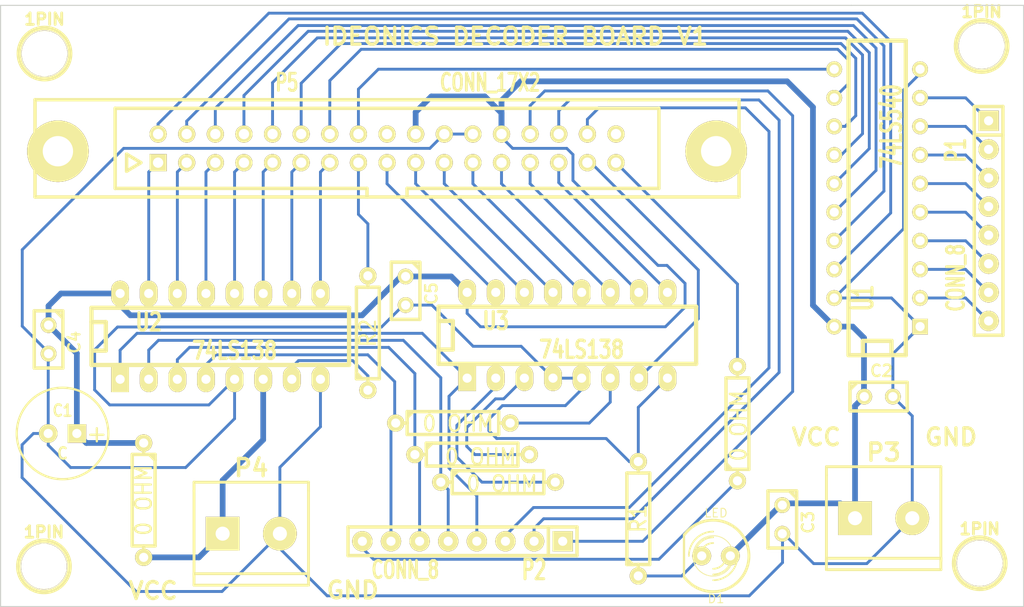
<source format=kicad_pcb>
(kicad_pcb (version 3) (host pcbnew "(2013-07-07 BZR 4022)-stable")

  (general
    (links 81)
    (no_connects 1)
    (area 70.849999 60.449999 161.750001 116.450001)
    (thickness 1.6)
    (drawings 11)
    (tracks 299)
    (zones 0)
    (modules 25)
    (nets 50)
  )

  (page A3)
  (layers
    (15 F.Cu signal)
    (0 B.Cu signal)
    (16 B.Adhes user)
    (17 F.Adhes user)
    (18 B.Paste user)
    (19 F.Paste user)
    (20 B.SilkS user)
    (21 F.SilkS user)
    (22 B.Mask user)
    (23 F.Mask user)
    (24 Dwgs.User user)
    (25 Cmts.User user)
    (26 Eco1.User user)
    (27 Eco2.User user)
    (28 Edge.Cuts user)
  )

  (setup
    (last_trace_width 0.254)
    (trace_clearance 0.254)
    (zone_clearance 0.508)
    (zone_45_only yes)
    (trace_min 0.254)
    (segment_width 0.2)
    (edge_width 0.1)
    (via_size 0.889)
    (via_drill 0.635)
    (via_min_size 0.889)
    (via_min_drill 0.508)
    (uvia_size 0.508)
    (uvia_drill 0.127)
    (uvias_allowed no)
    (uvia_min_size 0.508)
    (uvia_min_drill 0.127)
    (pcb_text_width 0.3)
    (pcb_text_size 1.5 1.5)
    (mod_edge_width 0.15)
    (mod_text_size 1 1)
    (mod_text_width 0.15)
    (pad_size 4.064 4.064)
    (pad_drill 4)
    (pad_to_mask_clearance 0)
    (aux_axis_origin 0 0)
    (visible_elements 7FFFFFFF)
    (pcbplotparams
      (layerselection 3178497)
      (usegerberextensions true)
      (excludeedgelayer true)
      (linewidth 0.150000)
      (plotframeref false)
      (viasonmask false)
      (mode 1)
      (useauxorigin false)
      (hpglpennumber 1)
      (hpglpenspeed 20)
      (hpglpendiameter 15)
      (hpglpenoverlay 2)
      (psnegative false)
      (psa4output false)
      (plotreference true)
      (plotvalue true)
      (plotothertext true)
      (plotinvisibletext false)
      (padsonsilk false)
      (subtractmaskfromsilk false)
      (outputformat 1)
      (mirror false)
      (drillshape 1)
      (scaleselection 1)
      (outputdirectory ""))
  )

  (net 0 "")
  (net 1 +5V)
  (net 2 /1A)
  (net 3 /1B)
  (net 4 /20)
  (net 5 /21)
  (net 6 /22)
  (net 7 /2A)
  (net 8 /2B)
  (net 9 /30)
  (net 10 /31)
  (net 11 /32)
  (net 12 /33)
  (net 13 /34)
  (net 14 /3A)
  (net 15 /3B)
  (net 16 /4A)
  (net 17 /4B)
  (net 18 /5A)
  (net 19 /5B)
  (net 20 /6A)
  (net 21 /6B)
  (net 22 /7A)
  (net 23 /7B)
  (net 24 /8A)
  (net 25 /8B)
  (net 26 /A)
  (net 27 /B)
  (net 28 /C)
  (net 29 /D)
  (net 30 /E)
  (net 31 /F)
  (net 32 /G)
  (net 33 /H)
  (net 34 GND)
  (net 35 N-000001)
  (net 36 N-0000010)
  (net 37 N-0000011)
  (net 38 N-0000012)
  (net 39 N-0000013)
  (net 40 N-0000014)
  (net 41 N-0000015)
  (net 42 N-0000016)
  (net 43 N-000002)
  (net 44 N-000003)
  (net 45 N-000005)
  (net 46 N-000006)
  (net 47 N-000007)
  (net 48 N-000008)
  (net 49 N-000009)

  (net_class Default "This is the default net class."
    (clearance 0.254)
    (trace_width 0.254)
    (via_dia 0.889)
    (via_drill 0.635)
    (uvia_dia 0.508)
    (uvia_drill 0.127)
    (add_net "")
    (add_net /1A)
    (add_net /1B)
    (add_net /20)
    (add_net /21)
    (add_net /22)
    (add_net /2A)
    (add_net /2B)
    (add_net /30)
    (add_net /31)
    (add_net /32)
    (add_net /33)
    (add_net /34)
    (add_net /3A)
    (add_net /3B)
    (add_net /4A)
    (add_net /4B)
    (add_net /5A)
    (add_net /5B)
    (add_net /6A)
    (add_net /6B)
    (add_net /7A)
    (add_net /7B)
    (add_net /8A)
    (add_net /8B)
    (add_net /A)
    (add_net /B)
    (add_net /C)
    (add_net /D)
    (add_net /E)
    (add_net /F)
    (add_net /G)
    (add_net /H)
    (add_net GND)
    (add_net N-000001)
    (add_net N-0000010)
    (add_net N-0000011)
    (add_net N-0000012)
    (add_net N-0000013)
    (add_net N-0000014)
    (add_net N-0000015)
    (add_net N-0000016)
    (add_net N-000002)
    (add_net N-000003)
    (add_net N-000005)
    (add_net N-000006)
    (add_net N-000007)
    (add_net N-000008)
    (add_net N-000009)
  )

  (net_class POWER ""
    (clearance 0.254)
    (trace_width 0.508)
    (via_dia 0.889)
    (via_drill 0.635)
    (uvia_dia 0.508)
    (uvia_drill 0.127)
    (add_net +5V)
  )

  (module SIL-8 (layer F.Cu) (tedit 54BE07F1) (tstamp 54B6304F)
    (at 158.59 82.14 270)
    (descr "Connecteur 8 pins")
    (tags "CONN DEV")
    (path /54AFB497)
    (fp_text reference P1 (at -6.28 2.91 270) (layer F.SilkS)
      (effects (font (size 1.72974 1.08712) (thickness 0.3048)))
    )
    (fp_text value CONN_8 (at 5.06 2.91 270) (layer F.SilkS)
      (effects (font (size 1.524 1.016) (thickness 0.3048)))
    )
    (fp_line (start -10.16 -1.27) (end 10.16 -1.27) (layer F.SilkS) (width 0.3048))
    (fp_line (start 10.16 -1.27) (end 10.16 1.27) (layer F.SilkS) (width 0.3048))
    (fp_line (start 10.16 1.27) (end -10.16 1.27) (layer F.SilkS) (width 0.3048))
    (fp_line (start -10.16 1.27) (end -10.16 -1.27) (layer F.SilkS) (width 0.3048))
    (fp_line (start -7.62 1.27) (end -7.62 -1.27) (layer F.SilkS) (width 0.3048))
    (pad 1 thru_hole rect (at -8.89 0 270) (size 1.8 1.8) (drill 0.8128)
      (layers *.Cu *.Mask F.SilkS)
      (net 45 N-000005)
    )
    (pad 2 thru_hole circle (at -6.35 0 270) (size 1.8 1.8) (drill 0.8128)
      (layers *.Cu *.Mask F.SilkS)
      (net 46 N-000006)
    )
    (pad 3 thru_hole circle (at -3.81 0 270) (size 1.8 1.8) (drill 0.8128)
      (layers *.Cu *.Mask F.SilkS)
      (net 47 N-000007)
    )
    (pad 4 thru_hole circle (at -1.27 0 270) (size 1.8 1.8) (drill 0.8128)
      (layers *.Cu *.Mask F.SilkS)
      (net 48 N-000008)
    )
    (pad 5 thru_hole circle (at 1.27 0 270) (size 1.8 1.8) (drill 0.8128)
      (layers *.Cu *.Mask F.SilkS)
      (net 49 N-000009)
    )
    (pad 6 thru_hole circle (at 3.81 0 270) (size 1.8 1.8) (drill 0.8128)
      (layers *.Cu *.Mask F.SilkS)
      (net 36 N-0000010)
    )
    (pad 7 thru_hole circle (at 6.35 0 270) (size 1.8 1.8) (drill 0.8128)
      (layers *.Cu *.Mask F.SilkS)
      (net 44 N-000003)
    )
    (pad 8 thru_hole circle (at 8.89 0 270) (size 1.8 1.8) (drill 0.8128)
      (layers *.Cu *.Mask F.SilkS)
      (net 37 N-0000011)
    )
  )

  (module SIL-8 (layer F.Cu) (tedit 54BE07DA) (tstamp 54B63060)
    (at 111.9 110.6 180)
    (descr "Connecteur 8 pins")
    (tags "CONN DEV")
    (path /54AFB4B8)
    (fp_text reference P2 (at -6.35 -2.54 180) (layer F.SilkS)
      (effects (font (size 1.72974 1.08712) (thickness 0.3048)))
    )
    (fp_text value CONN_8 (at 5.08 -2.54 180) (layer F.SilkS)
      (effects (font (size 1.524 1.016) (thickness 0.254)))
    )
    (fp_line (start -10.16 -1.27) (end 10.16 -1.27) (layer F.SilkS) (width 0.3048))
    (fp_line (start 10.16 -1.27) (end 10.16 1.27) (layer F.SilkS) (width 0.3048))
    (fp_line (start 10.16 1.27) (end -10.16 1.27) (layer F.SilkS) (width 0.3048))
    (fp_line (start -10.16 1.27) (end -10.16 -1.27) (layer F.SilkS) (width 0.3048))
    (fp_line (start -7.62 1.27) (end -7.62 -1.27) (layer F.SilkS) (width 0.3048))
    (pad 1 thru_hole rect (at -8.89 0 180) (size 1.8 1.8) (drill 0.8128)
      (layers *.Cu *.Mask F.SilkS)
      (net 4 /20)
    )
    (pad 2 thru_hole circle (at -6.35 0 180) (size 1.8 1.8) (drill 0.8128)
      (layers *.Cu *.Mask F.SilkS)
      (net 5 /21)
    )
    (pad 3 thru_hole circle (at -3.81 0 180) (size 1.8 1.8) (drill 0.8128)
      (layers *.Cu *.Mask F.SilkS)
      (net 6 /22)
    )
    (pad 4 thru_hole circle (at -1.27 0 180) (size 1.8 1.8) (drill 0.8128)
      (layers *.Cu *.Mask F.SilkS)
      (net 9 /30)
    )
    (pad 5 thru_hole circle (at 1.27 0 180) (size 1.8 1.8) (drill 0.8128)
      (layers *.Cu *.Mask F.SilkS)
      (net 10 /31)
    )
    (pad 6 thru_hole circle (at 3.81 0 180) (size 1.8 1.8) (drill 0.8128)
      (layers *.Cu *.Mask F.SilkS)
      (net 11 /32)
    )
    (pad 7 thru_hole circle (at 6.35 0 180) (size 1.8 1.8) (drill 0.8128)
      (layers *.Cu *.Mask F.SilkS)
      (net 12 /33)
    )
    (pad 8 thru_hole circle (at 8.89 0 180) (size 1.8 1.8) (drill 0.8128)
      (layers *.Cu *.Mask F.SilkS)
      (net 43 N-000002)
    )
  )

  (module mors_2p (layer F.Cu) (tedit 54BE07E3) (tstamp 54B6306F)
    (at 149.275 108.55)
    (descr "Terminal block 2 pins")
    (tags DEV)
    (path /54B627D2)
    (fp_text reference P3 (at 0 -5.842) (layer F.SilkS)
      (effects (font (size 1.524 1.524) (thickness 0.3048)))
    )
    (fp_text value CONN_2 (at 0 5.842) (layer F.SilkS) hide
      (effects (font (size 1.524 1.524) (thickness 0.3048)))
    )
    (fp_line (start 5.08 -3.81) (end 5.08 -4.572) (layer F.SilkS) (width 0.254))
    (fp_line (start 5.08 -4.572) (end -5.08 -4.572) (layer F.SilkS) (width 0.254))
    (fp_line (start -5.08 -4.572) (end -5.08 -3.81) (layer F.SilkS) (width 0.254))
    (fp_line (start 5.08 4.572) (end -5.08 4.572) (layer F.SilkS) (width 0.254))
    (fp_line (start -5.08 4.572) (end -5.08 3.556) (layer F.SilkS) (width 0.254))
    (fp_line (start -5.08 3.556) (end 5.08 3.556) (layer F.SilkS) (width 0.254))
    (fp_line (start 5.08 3.556) (end 5.08 4.572) (layer F.SilkS) (width 0.254))
    (fp_line (start 5.08 3.81) (end 5.08 -3.81) (layer F.SilkS) (width 0.254))
    (fp_line (start -5.08 -3.81) (end -5.08 3.81) (layer F.SilkS) (width 0.254))
    (pad 1 thru_hole rect (at -2.54 0) (size 2.99974 2.99974) (drill 1.24968)
      (layers *.Cu *.Mask F.SilkS)
      (net 1 +5V)
    )
    (pad 2 thru_hole circle (at 2.54 0) (size 2.99974 2.99974) (drill 1.24968)
      (layers *.Cu *.Mask F.SilkS)
      (net 34 GND)
    )
    (model walter/conn_screw/mors_2p.wrl
      (at (xyz 0 0 0))
      (scale (xyz 1 1 1))
      (rotate (xyz 0 0 0))
    )
  )

  (module mors_2p (layer F.Cu) (tedit 54BE07D4) (tstamp 54B632A7)
    (at 93.15 109.925)
    (descr "Terminal block 2 pins")
    (tags DEV)
    (path /54B627E1)
    (fp_text reference P4 (at 0 -5.842) (layer F.SilkS)
      (effects (font (size 1.524 1.524) (thickness 0.3048)))
    )
    (fp_text value CONN_2 (at 0 5.842) (layer F.SilkS) hide
      (effects (font (size 1.524 1.524) (thickness 0.3048)))
    )
    (fp_line (start 5.08 -3.81) (end 5.08 -4.572) (layer F.SilkS) (width 0.254))
    (fp_line (start 5.08 -4.572) (end -5.08 -4.572) (layer F.SilkS) (width 0.254))
    (fp_line (start -5.08 -4.572) (end -5.08 -3.81) (layer F.SilkS) (width 0.254))
    (fp_line (start 5.08 4.572) (end -5.08 4.572) (layer F.SilkS) (width 0.254))
    (fp_line (start -5.08 4.572) (end -5.08 3.556) (layer F.SilkS) (width 0.254))
    (fp_line (start -5.08 3.556) (end 5.08 3.556) (layer F.SilkS) (width 0.254))
    (fp_line (start 5.08 3.556) (end 5.08 4.572) (layer F.SilkS) (width 0.254))
    (fp_line (start 5.08 3.81) (end 5.08 -3.81) (layer F.SilkS) (width 0.254))
    (fp_line (start -5.08 -3.81) (end -5.08 3.81) (layer F.SilkS) (width 0.254))
    (pad 1 thru_hole rect (at -2.54 0) (size 2.99974 2.99974) (drill 1.24968)
      (layers *.Cu *.Mask F.SilkS)
      (net 35 N-000001)
    )
    (pad 2 thru_hole circle (at 2.54 0) (size 2.99974 2.99974) (drill 1.24968)
      (layers *.Cu *.Mask F.SilkS)
      (net 34 GND)
    )
    (model walter/conn_screw/mors_2p.wrl
      (at (xyz 0 0 0))
      (scale (xyz 1 1 1))
      (rotate (xyz 0 0 0))
    )
  )

  (module HE10_34D (layer F.Cu) (tedit 54892A57) (tstamp 54B630B4)
    (at 105.2 75.7)
    (descr "Connecteur HE10 34 contacts droit")
    (tags "CONN HE10")
    (path /54AFB58E)
    (fp_text reference P5 (at -8.89 -5.842) (layer F.SilkS)
      (effects (font (size 1.524 1.016) (thickness 0.3048)))
    )
    (fp_text value CONN_17X2 (at 9.144 -5.842) (layer F.SilkS)
      (effects (font (size 1.524 1.016) (thickness 0.3048)))
    )
    (fp_line (start -21.844 1.27) (end -23.114 0.508) (layer F.SilkS) (width 0.3048))
    (fp_line (start -23.114 0.508) (end -23.114 2.032) (layer F.SilkS) (width 0.3048))
    (fp_line (start -23.114 2.032) (end -21.844 1.27) (layer F.SilkS) (width 0.3048))
    (fp_line (start -31.242 -4.318) (end -31.242 4.318) (layer F.SilkS) (width 0.3048))
    (fp_line (start -31.242 4.318) (end 31.242 4.318) (layer F.SilkS) (width 0.3048))
    (fp_line (start 31.242 4.318) (end 31.242 -4.318) (layer F.SilkS) (width 0.3048))
    (fp_line (start 31.242 -4.318) (end -31.242 -4.318) (layer F.SilkS) (width 0.3048))
    (fp_line (start -1.778 4.318) (end -1.778 3.556) (layer F.SilkS) (width 0.3048))
    (fp_line (start -1.778 3.556) (end -24.13 3.556) (layer F.SilkS) (width 0.3048))
    (fp_line (start -24.13 3.556) (end -24.13 -3.556) (layer F.SilkS) (width 0.3048))
    (fp_line (start -24.13 -3.556) (end 24.13 -3.556) (layer F.SilkS) (width 0.3048))
    (fp_line (start 24.13 -3.556) (end 24.13 3.556) (layer F.SilkS) (width 0.3048))
    (fp_line (start 24.13 3.556) (end 1.778 3.556) (layer F.SilkS) (width 0.3048))
    (fp_line (start 1.778 3.556) (end 1.778 4.318) (layer F.SilkS) (width 0.3048))
    (pad 1 thru_hole rect (at -20.32 1.27) (size 1.524 1.524) (drill 0.9144)
      (layers *.Cu *.Mask F.SilkS)
      (net 2 /1A)
    )
    (pad 2 thru_hole circle (at -20.32 -1.27) (size 1.524 1.524) (drill 0.9144)
      (layers *.Cu *.Mask F.SilkS)
      (net 26 /A)
    )
    (pad 3 thru_hole circle (at -17.78 1.27) (size 1.524 1.524) (drill 0.9144)
      (layers *.Cu *.Mask F.SilkS)
      (net 7 /2A)
    )
    (pad 4 thru_hole circle (at -17.78 -1.27) (size 1.524 1.524) (drill 0.9144)
      (layers *.Cu *.Mask F.SilkS)
      (net 27 /B)
    )
    (pad 5 thru_hole circle (at -15.24 1.27) (size 1.524 1.524) (drill 0.9144)
      (layers *.Cu *.Mask F.SilkS)
      (net 14 /3A)
    )
    (pad 6 thru_hole circle (at -15.24 -1.27) (size 1.524 1.524) (drill 0.9144)
      (layers *.Cu *.Mask F.SilkS)
      (net 28 /C)
    )
    (pad 7 thru_hole circle (at -12.7 1.27) (size 1.524 1.524) (drill 0.9144)
      (layers *.Cu *.Mask F.SilkS)
      (net 16 /4A)
    )
    (pad 8 thru_hole circle (at -12.7 -1.27) (size 1.524 1.524) (drill 0.9144)
      (layers *.Cu *.Mask F.SilkS)
      (net 29 /D)
    )
    (pad 9 thru_hole circle (at -10.16 1.27) (size 1.524 1.524) (drill 0.9144)
      (layers *.Cu *.Mask F.SilkS)
      (net 18 /5A)
    )
    (pad 10 thru_hole circle (at -10.16 -1.27) (size 1.524 1.524) (drill 0.9144)
      (layers *.Cu *.Mask F.SilkS)
      (net 30 /E)
    )
    (pad 11 thru_hole circle (at -7.62 1.27) (size 1.524 1.524) (drill 0.9144)
      (layers *.Cu *.Mask F.SilkS)
      (net 20 /6A)
    )
    (pad 12 thru_hole circle (at -7.62 -1.27) (size 1.524 1.524) (drill 0.9144)
      (layers *.Cu *.Mask F.SilkS)
      (net 31 /F)
    )
    (pad 13 thru_hole circle (at -5.08 1.27) (size 1.524 1.524) (drill 0.9144)
      (layers *.Cu *.Mask F.SilkS)
      (net 22 /7A)
    )
    (pad 14 thru_hole circle (at -5.08 -1.27) (size 1.524 1.524) (drill 0.9144)
      (layers *.Cu *.Mask F.SilkS)
      (net 32 /G)
    )
    (pad 15 thru_hole circle (at -2.54 1.27) (size 1.524 1.524) (drill 0.9144)
      (layers *.Cu *.Mask F.SilkS)
      (net 41 N-0000015)
    )
    (pad 16 thru_hole circle (at -2.54 -1.27) (size 1.524 1.524) (drill 0.9144)
      (layers *.Cu *.Mask F.SilkS)
      (net 33 /H)
    )
    (pad 17 thru_hole circle (at 0 1.27) (size 1.524 1.524) (drill 0.9144)
      (layers *.Cu *.Mask F.SilkS)
      (net 3 /1B)
    )
    (pad 18 thru_hole circle (at 0 -1.27) (size 1.524 1.524) (drill 0.9144)
      (layers *.Cu *.Mask F.SilkS)
    )
    (pad 19 thru_hole circle (at 2.54 1.27) (size 1.524 1.524) (drill 0.9144)
      (layers *.Cu *.Mask F.SilkS)
      (net 8 /2B)
    )
    (pad 20 thru_hole circle (at 2.54 -1.27) (size 1.524 1.524) (drill 0.9144)
      (layers *.Cu *.Mask F.SilkS)
      (net 1 +5V)
    )
    (pad "" thru_hole circle (at -29.21 0.254) (size 5.461 5.461) (drill 2.6924)
      (layers *.Cu *.Mask F.SilkS)
    )
    (pad 21 thru_hole circle (at 5.08 1.27) (size 1.524 1.524) (drill 0.9144)
      (layers *.Cu *.Mask F.SilkS)
      (net 15 /3B)
    )
    (pad 22 thru_hole circle (at 5.08 -1.27) (size 1.524 1.524) (drill 0.9144)
      (layers *.Cu *.Mask F.SilkS)
      (net 34 GND)
    )
    (pad 23 thru_hole circle (at 7.62 1.27) (size 1.524 1.524) (drill 0.9144)
      (layers *.Cu *.Mask F.SilkS Eco1.User)
      (net 17 /4B)
    )
    (pad 24 thru_hole circle (at 7.62 -1.27) (size 1.524 1.524) (drill 0.9144)
      (layers *.Cu *.Mask F.SilkS)
      (net 34 GND)
    )
    (pad 25 thru_hole circle (at 10.16 1.27) (size 1.524 1.524) (drill 0.9144)
      (layers *.Cu *.Mask F.SilkS)
      (net 19 /5B)
    )
    (pad 26 thru_hole circle (at 10.16 -1.27) (size 1.524 1.524) (drill 0.9144)
      (layers *.Cu *.Mask F.SilkS)
      (net 1 +5V)
    )
    (pad 27 thru_hole circle (at 12.7 1.27) (size 1.524 1.524) (drill 0.9144)
      (layers *.Cu *.Mask F.SilkS)
      (net 21 /6B)
    )
    (pad 28 thru_hole circle (at 12.7 -1.27) (size 1.524 1.524) (drill 0.9144)
      (layers *.Cu *.Mask F.SilkS)
      (net 4 /20)
    )
    (pad 29 thru_hole circle (at 15.24 1.27) (size 1.524 1.524) (drill 0.9144)
      (layers *.Cu *.Mask F.SilkS)
      (net 23 /7B)
    )
    (pad 30 thru_hole circle (at 15.24 -1.27) (size 1.524 1.524) (drill 0.9144)
      (layers *.Cu *.Mask F.SilkS)
      (net 5 /21)
    )
    (pad 31 thru_hole circle (at 17.78 1.27) (size 1.524 1.524) (drill 0.9144)
      (layers *.Cu *.Mask F.SilkS)
      (net 25 /8B)
    )
    (pad 32 thru_hole circle (at 17.78 -1.27) (size 1.524 1.524) (drill 0.9144)
      (layers *.Cu *.Mask F.SilkS)
      (net 6 /22)
    )
    (pad 33 thru_hole circle (at 20.32 1.27) (size 1.524 1.524) (drill 0.9144)
      (layers *.Cu *.Mask F.SilkS)
      (net 13 /34)
    )
    (pad 34 thru_hole circle (at 20.32 -1.27) (size 1.524 1.524) (drill 0.9144)
      (layers *.Cu *.Mask F.SilkS)
    )
    (pad "" thru_hole circle (at 29.21 0.254) (size 5.461 5.461) (drill 2.6924)
      (layers *.Cu *.Mask F.SilkS)
    )
  )

  (module DIP-20__300 (layer F.Cu) (tedit 200000) (tstamp 54B63A10)
    (at 148.7 80.1 90)
    (descr "20 pins DIL package, round pads")
    (tags DIL)
    (path /54B621B4)
    (fp_text reference U1 (at -8.89 -1.27 90) (layer F.SilkS)
      (effects (font (size 1.778 1.143) (thickness 0.3048)))
    )
    (fp_text value 74LS540 (at 6.35 1.27 90) (layer F.SilkS)
      (effects (font (size 1.778 1.143) (thickness 0.3048)))
    )
    (fp_line (start -13.97 -1.27) (end -12.7 -1.27) (layer F.SilkS) (width 0.381))
    (fp_line (start -12.7 -1.27) (end -12.7 1.27) (layer F.SilkS) (width 0.381))
    (fp_line (start -12.7 1.27) (end -13.97 1.27) (layer F.SilkS) (width 0.381))
    (fp_line (start -13.97 -2.54) (end 13.97 -2.54) (layer F.SilkS) (width 0.381))
    (fp_line (start 13.97 -2.54) (end 13.97 2.54) (layer F.SilkS) (width 0.381))
    (fp_line (start 13.97 2.54) (end -13.97 2.54) (layer F.SilkS) (width 0.381))
    (fp_line (start -13.97 2.54) (end -13.97 -2.54) (layer F.SilkS) (width 0.381))
    (pad 1 thru_hole rect (at -11.43 3.81 90) (size 1.397 1.397) (drill 0.8128)
      (layers *.Cu *.Mask F.SilkS)
      (net 34 GND)
    )
    (pad 2 thru_hole circle (at -8.89 3.81 90) (size 1.397 1.397) (drill 0.8128)
      (layers *.Cu *.Mask F.SilkS)
      (net 37 N-0000011)
    )
    (pad 3 thru_hole circle (at -6.35 3.81 90) (size 1.397 1.397) (drill 0.8128)
      (layers *.Cu *.Mask F.SilkS)
      (net 44 N-000003)
    )
    (pad 4 thru_hole circle (at -3.81 3.81 90) (size 1.397 1.397) (drill 0.8128)
      (layers *.Cu *.Mask F.SilkS)
      (net 36 N-0000010)
    )
    (pad 5 thru_hole circle (at -1.27 3.81 90) (size 1.397 1.397) (drill 0.8128)
      (layers *.Cu *.Mask F.SilkS)
      (net 49 N-000009)
    )
    (pad 6 thru_hole circle (at 1.27 3.81 90) (size 1.397 1.397) (drill 0.8128)
      (layers *.Cu *.Mask F.SilkS)
      (net 48 N-000008)
    )
    (pad 7 thru_hole circle (at 3.81 3.81 90) (size 1.397 1.397) (drill 0.8128)
      (layers *.Cu *.Mask F.SilkS)
      (net 47 N-000007)
    )
    (pad 8 thru_hole circle (at 6.35 3.81 90) (size 1.397 1.397) (drill 0.8128)
      (layers *.Cu *.Mask F.SilkS)
      (net 46 N-000006)
    )
    (pad 9 thru_hole circle (at 8.89 3.81 90) (size 1.397 1.397) (drill 0.8128)
      (layers *.Cu *.Mask F.SilkS)
      (net 45 N-000005)
    )
    (pad 10 thru_hole circle (at 11.43 3.81 90) (size 1.397 1.397) (drill 0.8128)
      (layers *.Cu *.Mask F.SilkS)
      (net 34 GND)
    )
    (pad 11 thru_hole circle (at 11.43 -3.81 90) (size 1.397 1.397) (drill 0.8128)
      (layers *.Cu *.Mask F.SilkS)
      (net 33 /H)
    )
    (pad 12 thru_hole circle (at 8.89 -3.81 90) (size 1.397 1.397) (drill 0.8128)
      (layers *.Cu *.Mask F.SilkS)
      (net 32 /G)
    )
    (pad 13 thru_hole circle (at 6.35 -3.81 90) (size 1.397 1.397) (drill 0.8128)
      (layers *.Cu *.Mask F.SilkS)
      (net 31 /F)
    )
    (pad 14 thru_hole circle (at 3.81 -3.81 90) (size 1.397 1.397) (drill 0.8128)
      (layers *.Cu *.Mask F.SilkS)
      (net 30 /E)
    )
    (pad 15 thru_hole circle (at 1.27 -3.81 90) (size 1.397 1.397) (drill 0.8128)
      (layers *.Cu *.Mask F.SilkS)
      (net 29 /D)
    )
    (pad 16 thru_hole circle (at -1.27 -3.81 90) (size 1.397 1.397) (drill 0.8128)
      (layers *.Cu *.Mask F.SilkS)
      (net 28 /C)
    )
    (pad 17 thru_hole circle (at -3.81 -3.81 90) (size 1.397 1.397) (drill 0.8128)
      (layers *.Cu *.Mask F.SilkS)
      (net 27 /B)
    )
    (pad 18 thru_hole circle (at -6.35 -3.81 90) (size 1.397 1.397) (drill 0.8128)
      (layers *.Cu *.Mask F.SilkS)
      (net 26 /A)
    )
    (pad 19 thru_hole circle (at -8.89 -3.81 90) (size 1.397 1.397) (drill 0.8128)
      (layers *.Cu *.Mask F.SilkS)
      (net 34 GND)
    )
    (pad 20 thru_hole circle (at -11.43 -3.81 90) (size 1.397 1.397) (drill 0.8128)
      (layers *.Cu *.Mask F.SilkS)
      (net 1 +5V)
    )
    (model dil/dil_20.wrl
      (at (xyz 0 0 0))
      (scale (xyz 1 1 1))
      (rotate (xyz 0 0 0))
    )
  )

  (module C1V8 (layer F.Cu) (tedit 3DD3A719) (tstamp 54B63113)
    (at 76.4 101.025 180)
    (path /54B62B7C)
    (fp_text reference C1 (at 0 2.032 180) (layer F.SilkS)
      (effects (font (size 1.016 0.889) (thickness 0.2032)))
    )
    (fp_text value C (at 0 -1.77546 180) (layer F.SilkS)
      (effects (font (size 1.016 0.889) (thickness 0.2032)))
    )
    (fp_text user + (at -3.04546 0 180) (layer F.SilkS)
      (effects (font (size 1.524 1.524) (thickness 0.2032)))
    )
    (fp_circle (center 0 0) (end 4.064 0) (layer F.SilkS) (width 0.2032))
    (pad 1 thru_hole rect (at -1.27 0 180) (size 1.651 1.651) (drill 0.8128)
      (layers *.Cu *.Mask F.SilkS)
      (net 1 +5V)
    )
    (pad 2 thru_hole circle (at 1.27 0 180) (size 1.651 1.651) (drill 0.8128)
      (layers *.Cu *.Mask F.SilkS)
      (net 34 GND)
    )
    (model discret/c_vert_c1v8.wrl
      (at (xyz 0 0 0))
      (scale (xyz 1 1 1))
      (rotate (xyz 0 0 0))
    )
  )

  (module C1 (layer F.Cu) (tedit 3F92C496) (tstamp 54B638D9)
    (at 148.825 97.75)
    (descr "Condensateur e = 1 pas")
    (tags C)
    (path /54B629A4)
    (fp_text reference C2 (at 0.254 -2.286) (layer F.SilkS)
      (effects (font (size 1.016 1.016) (thickness 0.2032)))
    )
    (fp_text value C (at 0 -2.286) (layer F.SilkS) hide
      (effects (font (size 1.016 1.016) (thickness 0.2032)))
    )
    (fp_line (start -2.4892 -1.27) (end 2.54 -1.27) (layer F.SilkS) (width 0.3048))
    (fp_line (start 2.54 -1.27) (end 2.54 1.27) (layer F.SilkS) (width 0.3048))
    (fp_line (start 2.54 1.27) (end -2.54 1.27) (layer F.SilkS) (width 0.3048))
    (fp_line (start -2.54 1.27) (end -2.54 -1.27) (layer F.SilkS) (width 0.3048))
    (fp_line (start -2.54 -0.635) (end -1.905 -1.27) (layer F.SilkS) (width 0.3048))
    (pad 1 thru_hole circle (at -1.27 0) (size 1.397 1.397) (drill 0.8128)
      (layers *.Cu *.Mask F.SilkS)
      (net 1 +5V)
    )
    (pad 2 thru_hole circle (at 1.27 0) (size 1.397 1.397) (drill 0.8128)
      (layers *.Cu *.Mask F.SilkS)
      (net 34 GND)
    )
    (model discret/capa_1_pas.wrl
      (at (xyz 0 0 0))
      (scale (xyz 1 1 1))
      (rotate (xyz 0 0 0))
    )
  )

  (module C1 (layer F.Cu) (tedit 3F92C496) (tstamp 54B63129)
    (at 140.28 108.66 270)
    (descr "Condensateur e = 1 pas")
    (tags C)
    (path /54B63290)
    (fp_text reference C3 (at 0.254 -2.286 270) (layer F.SilkS)
      (effects (font (size 1.016 1.016) (thickness 0.2032)))
    )
    (fp_text value C (at 0 -2.286 270) (layer F.SilkS) hide
      (effects (font (size 1.016 1.016) (thickness 0.2032)))
    )
    (fp_line (start -2.4892 -1.27) (end 2.54 -1.27) (layer F.SilkS) (width 0.3048))
    (fp_line (start 2.54 -1.27) (end 2.54 1.27) (layer F.SilkS) (width 0.3048))
    (fp_line (start 2.54 1.27) (end -2.54 1.27) (layer F.SilkS) (width 0.3048))
    (fp_line (start -2.54 1.27) (end -2.54 -1.27) (layer F.SilkS) (width 0.3048))
    (fp_line (start -2.54 -0.635) (end -1.905 -1.27) (layer F.SilkS) (width 0.3048))
    (pad 1 thru_hole circle (at -1.27 0 270) (size 1.397 1.397) (drill 0.8128)
      (layers *.Cu *.Mask F.SilkS)
      (net 1 +5V)
    )
    (pad 2 thru_hole circle (at 1.27 0 270) (size 1.397 1.397) (drill 0.8128)
      (layers *.Cu *.Mask F.SilkS)
      (net 34 GND)
    )
    (model discret/capa_1_pas.wrl
      (at (xyz 0 0 0))
      (scale (xyz 1 1 1))
      (rotate (xyz 0 0 0))
    )
  )

  (module C1 (layer F.Cu) (tedit 3F92C496) (tstamp 54B63134)
    (at 75.16 92.67 270)
    (descr "Condensateur e = 1 pas")
    (tags C)
    (path /54B633C0)
    (fp_text reference C4 (at 0.254 -2.286 270) (layer F.SilkS)
      (effects (font (size 1.016 1.016) (thickness 0.2032)))
    )
    (fp_text value C (at 0 -2.286 270) (layer F.SilkS) hide
      (effects (font (size 1.016 1.016) (thickness 0.2032)))
    )
    (fp_line (start -2.4892 -1.27) (end 2.54 -1.27) (layer F.SilkS) (width 0.3048))
    (fp_line (start 2.54 -1.27) (end 2.54 1.27) (layer F.SilkS) (width 0.3048))
    (fp_line (start 2.54 1.27) (end -2.54 1.27) (layer F.SilkS) (width 0.3048))
    (fp_line (start -2.54 1.27) (end -2.54 -1.27) (layer F.SilkS) (width 0.3048))
    (fp_line (start -2.54 -0.635) (end -1.905 -1.27) (layer F.SilkS) (width 0.3048))
    (pad 1 thru_hole circle (at -1.27 0 270) (size 1.397 1.397) (drill 0.8128)
      (layers *.Cu *.Mask F.SilkS)
      (net 1 +5V)
    )
    (pad 2 thru_hole circle (at 1.27 0 270) (size 1.397 1.397) (drill 0.8128)
      (layers *.Cu *.Mask F.SilkS)
      (net 34 GND)
    )
    (model discret/capa_1_pas.wrl
      (at (xyz 0 0 0))
      (scale (xyz 1 1 1))
      (rotate (xyz 0 0 0))
    )
  )

  (module C1 (layer F.Cu) (tedit 3F92C496) (tstamp 54B6313F)
    (at 106.85 88.35 270)
    (descr "Condensateur e = 1 pas")
    (tags C)
    (path /54B634EE)
    (fp_text reference C5 (at 0.254 -2.286 270) (layer F.SilkS)
      (effects (font (size 1.016 1.016) (thickness 0.2032)))
    )
    (fp_text value C (at 0 -2.286 270) (layer F.SilkS) hide
      (effects (font (size 1.016 1.016) (thickness 0.2032)))
    )
    (fp_line (start -2.4892 -1.27) (end 2.54 -1.27) (layer F.SilkS) (width 0.3048))
    (fp_line (start 2.54 -1.27) (end 2.54 1.27) (layer F.SilkS) (width 0.3048))
    (fp_line (start 2.54 1.27) (end -2.54 1.27) (layer F.SilkS) (width 0.3048))
    (fp_line (start -2.54 1.27) (end -2.54 -1.27) (layer F.SilkS) (width 0.3048))
    (fp_line (start -2.54 -0.635) (end -1.905 -1.27) (layer F.SilkS) (width 0.3048))
    (pad 1 thru_hole circle (at -1.27 0 270) (size 1.397 1.397) (drill 0.8128)
      (layers *.Cu *.Mask F.SilkS)
      (net 1 +5V)
    )
    (pad 2 thru_hole circle (at 1.27 0 270) (size 1.397 1.397) (drill 0.8128)
      (layers *.Cu *.Mask F.SilkS)
      (net 34 GND)
    )
    (model discret/capa_1_pas.wrl
      (at (xyz 0 0 0))
      (scale (xyz 1 1 1))
      (rotate (xyz 0 0 0))
    )
  )

  (module LED-5MM (layer F.Cu) (tedit 50ADE86B) (tstamp 54B632E3)
    (at 134.4 111.9 180)
    (descr "LED 5mm - Lead pitch 100mil (2,54mm)")
    (tags "LED led 5mm 5MM 100mil 2,54mm")
    (path /54B6365C)
    (fp_text reference D1 (at 0 -3.81 180) (layer F.SilkS)
      (effects (font (size 0.762 0.762) (thickness 0.0889)))
    )
    (fp_text value LED (at 0 3.81 180) (layer F.SilkS)
      (effects (font (size 0.762 0.762) (thickness 0.0889)))
    )
    (fp_line (start 2.8448 1.905) (end 2.8448 -1.905) (layer F.SilkS) (width 0.2032))
    (fp_circle (center 0.254 0) (end -1.016 1.27) (layer F.SilkS) (width 0.0762))
    (fp_arc (start 0.254 0) (end 2.794 1.905) (angle 286.2) (layer F.SilkS) (width 0.254))
    (fp_arc (start 0.254 0) (end -0.889 0) (angle 90) (layer F.SilkS) (width 0.1524))
    (fp_arc (start 0.254 0) (end 1.397 0) (angle 90) (layer F.SilkS) (width 0.1524))
    (fp_arc (start 0.254 0) (end -1.397 0) (angle 90) (layer F.SilkS) (width 0.1524))
    (fp_arc (start 0.254 0) (end 1.905 0) (angle 90) (layer F.SilkS) (width 0.1524))
    (fp_arc (start 0.254 0) (end -1.905 0) (angle 90) (layer F.SilkS) (width 0.1524))
    (fp_arc (start 0.254 0) (end 2.413 0) (angle 90) (layer F.SilkS) (width 0.1524))
    (pad 1 thru_hole circle (at -1.27 0 180) (size 1.6764 1.6764) (drill 0.8128)
      (layers *.Cu *.Mask F.SilkS)
      (net 1 +5V)
    )
    (pad 2 thru_hole circle (at 1.27 0 180) (size 1.6764 1.6764) (drill 0.8128)
      (layers *.Cu *.Mask F.SilkS)
      (net 42 N-0000016)
    )
    (model discret/leds/led5_vertical_verde.wrl
      (at (xyz 0 0 0))
      (scale (xyz 1 1 1))
      (rotate (xyz 0 0 0))
    )
  )

  (module R4 (layer F.Cu) (tedit 200000) (tstamp 54B6343D)
    (at 127.5 108.6 90)
    (descr "Resitance 4 pas")
    (tags R)
    (path /54B636FE)
    (autoplace_cost180 10)
    (fp_text reference R1 (at 0 0 90) (layer F.SilkS)
      (effects (font (size 1.397 1.27) (thickness 0.2032)))
    )
    (fp_text value R (at 0 0 90) (layer F.SilkS) hide
      (effects (font (size 1.397 1.27) (thickness 0.2032)))
    )
    (fp_line (start -5.08 0) (end -4.064 0) (layer F.SilkS) (width 0.3048))
    (fp_line (start -4.064 0) (end -4.064 -1.016) (layer F.SilkS) (width 0.3048))
    (fp_line (start -4.064 -1.016) (end 4.064 -1.016) (layer F.SilkS) (width 0.3048))
    (fp_line (start 4.064 -1.016) (end 4.064 1.016) (layer F.SilkS) (width 0.3048))
    (fp_line (start 4.064 1.016) (end -4.064 1.016) (layer F.SilkS) (width 0.3048))
    (fp_line (start -4.064 1.016) (end -4.064 0) (layer F.SilkS) (width 0.3048))
    (fp_line (start -4.064 -0.508) (end -3.556 -1.016) (layer F.SilkS) (width 0.3048))
    (fp_line (start 5.08 0) (end 4.064 0) (layer F.SilkS) (width 0.3048))
    (pad 1 thru_hole circle (at -5.08 0 90) (size 1.524 1.524) (drill 0.8128)
      (layers *.Cu *.Mask F.SilkS)
      (net 42 N-0000016)
    )
    (pad 2 thru_hole circle (at 5.08 0 90) (size 1.524 1.524) (drill 0.8128)
      (layers *.Cu *.Mask F.SilkS)
      (net 34 GND)
    )
    (model discret/resistor.wrl
      (at (xyz 0 0 0))
      (scale (xyz 0.4 0.4 0.4))
      (rotate (xyz 0 0 0))
    )
  )

  (module DIP-16__300_ELL (layer F.Cu) (tedit 200000) (tstamp 54B630EF)
    (at 90.4 92.4)
    (descr "16 pins DIL package, elliptical pads")
    (tags DIL)
    (path /54B62722)
    (fp_text reference U2 (at -6.35 -1.27) (layer F.SilkS)
      (effects (font (size 1.524 1.143) (thickness 0.3048)))
    )
    (fp_text value 74LS138 (at 1.27 1.27) (layer F.SilkS)
      (effects (font (size 1.524 1.143) (thickness 0.3048)))
    )
    (fp_line (start -11.43 -1.27) (end -11.43 -1.27) (layer F.SilkS) (width 0.381))
    (fp_line (start -11.43 -1.27) (end -10.16 -1.27) (layer F.SilkS) (width 0.381))
    (fp_line (start -10.16 -1.27) (end -10.16 1.27) (layer F.SilkS) (width 0.381))
    (fp_line (start -10.16 1.27) (end -11.43 1.27) (layer F.SilkS) (width 0.381))
    (fp_line (start -11.43 -2.54) (end 11.43 -2.54) (layer F.SilkS) (width 0.381))
    (fp_line (start 11.43 -2.54) (end 11.43 2.54) (layer F.SilkS) (width 0.381))
    (fp_line (start 11.43 2.54) (end -11.43 2.54) (layer F.SilkS) (width 0.381))
    (fp_line (start -11.43 2.54) (end -11.43 -2.54) (layer F.SilkS) (width 0.381))
    (pad 1 thru_hole rect (at -8.89 3.81) (size 1.5748 2.286) (drill 0.8128)
      (layers *.Cu *.Mask F.SilkS)
      (net 9 /30)
    )
    (pad 2 thru_hole oval (at -6.35 3.81) (size 1.5748 2.286) (drill 0.8128)
      (layers *.Cu *.Mask F.SilkS)
      (net 10 /31)
    )
    (pad 3 thru_hole oval (at -3.81 3.81) (size 1.5748 2.286) (drill 0.8128)
      (layers *.Cu *.Mask F.SilkS)
      (net 11 /32)
    )
    (pad 4 thru_hole oval (at -1.27 3.81) (size 1.5748 2.286) (drill 0.8128)
      (layers *.Cu *.Mask F.SilkS)
      (net 12 /33)
    )
    (pad 5 thru_hole oval (at 1.27 3.81) (size 1.5748 2.286) (drill 0.8128)
      (layers *.Cu *.Mask F.SilkS)
      (net 34 GND)
    )
    (pad 6 thru_hole oval (at 3.81 3.81) (size 1.5748 2.286) (drill 0.8128)
      (layers *.Cu *.Mask F.SilkS)
      (net 1 +5V)
    )
    (pad 7 thru_hole oval (at 6.35 3.81) (size 1.5748 2.286) (drill 0.8128)
      (layers *.Cu *.Mask F.SilkS)
      (net 24 /8A)
    )
    (pad 8 thru_hole oval (at 8.89 3.81) (size 1.5748 2.286) (drill 0.8128)
      (layers *.Cu *.Mask F.SilkS)
      (net 34 GND)
    )
    (pad 9 thru_hole oval (at 8.89 -3.81) (size 1.5748 2.286) (drill 0.8128)
      (layers *.Cu *.Mask F.SilkS)
      (net 22 /7A)
    )
    (pad 10 thru_hole oval (at 6.35 -3.81) (size 1.5748 2.286) (drill 0.8128)
      (layers *.Cu *.Mask F.SilkS)
      (net 20 /6A)
    )
    (pad 11 thru_hole oval (at 3.81 -3.81) (size 1.5748 2.286) (drill 0.8128)
      (layers *.Cu *.Mask F.SilkS)
      (net 18 /5A)
    )
    (pad 12 thru_hole oval (at 1.27 -3.81) (size 1.5748 2.286) (drill 0.8128)
      (layers *.Cu *.Mask F.SilkS)
      (net 16 /4A)
    )
    (pad 13 thru_hole oval (at -1.27 -3.81) (size 1.5748 2.286) (drill 0.8128)
      (layers *.Cu *.Mask F.SilkS)
      (net 14 /3A)
    )
    (pad 14 thru_hole oval (at -3.81 -3.81) (size 1.5748 2.286) (drill 0.8128)
      (layers *.Cu *.Mask F.SilkS)
      (net 7 /2A)
    )
    (pad 15 thru_hole oval (at -6.35 -3.81) (size 1.5748 2.286) (drill 0.8128)
      (layers *.Cu *.Mask F.SilkS)
      (net 2 /1A)
    )
    (pad 16 thru_hole oval (at -8.89 -3.81) (size 1.5748 2.286) (drill 0.8128)
      (layers *.Cu *.Mask F.SilkS)
      (net 1 +5V)
    )
    (model dil/dil_16.wrl
      (at (xyz 0 0 0))
      (scale (xyz 1 1 1))
      (rotate (xyz 0 0 0))
    )
  )

  (module DIP-16__300_ELL (layer F.Cu) (tedit 200000) (tstamp 54B6310B)
    (at 121.2 92.3)
    (descr "16 pins DIL package, elliptical pads")
    (tags DIL)
    (path /54B62731)
    (fp_text reference U3 (at -6.35 -1.27) (layer F.SilkS)
      (effects (font (size 1.524 1.143) (thickness 0.3048)))
    )
    (fp_text value 74LS138 (at 1.27 1.27) (layer F.SilkS)
      (effects (font (size 1.524 1.143) (thickness 0.3048)))
    )
    (fp_line (start -11.43 -1.27) (end -11.43 -1.27) (layer F.SilkS) (width 0.381))
    (fp_line (start -11.43 -1.27) (end -10.16 -1.27) (layer F.SilkS) (width 0.381))
    (fp_line (start -10.16 -1.27) (end -10.16 1.27) (layer F.SilkS) (width 0.381))
    (fp_line (start -10.16 1.27) (end -11.43 1.27) (layer F.SilkS) (width 0.381))
    (fp_line (start -11.43 -2.54) (end 11.43 -2.54) (layer F.SilkS) (width 0.381))
    (fp_line (start 11.43 -2.54) (end 11.43 2.54) (layer F.SilkS) (width 0.381))
    (fp_line (start 11.43 2.54) (end -11.43 2.54) (layer F.SilkS) (width 0.381))
    (fp_line (start -11.43 2.54) (end -11.43 -2.54) (layer F.SilkS) (width 0.381))
    (pad 1 thru_hole rect (at -8.89 3.81) (size 1.5748 2.286) (drill 0.8128)
      (layers *.Cu *.Mask F.SilkS)
      (net 9 /30)
    )
    (pad 2 thru_hole oval (at -6.35 3.81) (size 1.5748 2.286) (drill 0.8128)
      (layers *.Cu *.Mask F.SilkS)
      (net 40 N-0000014)
    )
    (pad 3 thru_hole oval (at -3.81 3.81) (size 1.5748 2.286) (drill 0.8128)
      (layers *.Cu *.Mask F.SilkS)
      (net 39 N-0000013)
    )
    (pad 4 thru_hole oval (at -1.27 3.81) (size 1.5748 2.286) (drill 0.8128)
      (layers *.Cu *.Mask F.SilkS)
      (net 34 GND)
    )
    (pad 5 thru_hole oval (at 1.27 3.81) (size 1.5748 2.286) (drill 0.8128)
      (layers *.Cu *.Mask F.SilkS)
      (net 34 GND)
    )
    (pad 6 thru_hole oval (at 3.81 3.81) (size 1.5748 2.286) (drill 0.8128)
      (layers *.Cu *.Mask F.SilkS)
      (net 38 N-0000012)
    )
    (pad 7 thru_hole oval (at 6.35 3.81) (size 1.5748 2.286) (drill 0.8128)
      (layers *.Cu *.Mask F.SilkS)
      (net 25 /8B)
    )
    (pad 8 thru_hole oval (at 8.89 3.81) (size 1.5748 2.286) (drill 0.8128)
      (layers *.Cu *.Mask F.SilkS)
      (net 34 GND)
    )
    (pad 9 thru_hole oval (at 8.89 -3.81) (size 1.5748 2.286) (drill 0.8128)
      (layers *.Cu *.Mask F.SilkS)
      (net 23 /7B)
    )
    (pad 10 thru_hole oval (at 6.35 -3.81) (size 1.5748 2.286) (drill 0.8128)
      (layers *.Cu *.Mask F.SilkS)
      (net 21 /6B)
    )
    (pad 11 thru_hole oval (at 3.81 -3.81) (size 1.5748 2.286) (drill 0.8128)
      (layers *.Cu *.Mask F.SilkS)
      (net 19 /5B)
    )
    (pad 12 thru_hole oval (at 1.27 -3.81) (size 1.5748 2.286) (drill 0.8128)
      (layers *.Cu *.Mask F.SilkS)
      (net 17 /4B)
    )
    (pad 13 thru_hole oval (at -1.27 -3.81) (size 1.5748 2.286) (drill 0.8128)
      (layers *.Cu *.Mask F.SilkS)
      (net 15 /3B)
    )
    (pad 14 thru_hole oval (at -3.81 -3.81) (size 1.5748 2.286) (drill 0.8128)
      (layers *.Cu *.Mask F.SilkS)
      (net 8 /2B)
    )
    (pad 15 thru_hole oval (at -6.35 -3.81) (size 1.5748 2.286) (drill 0.8128)
      (layers *.Cu *.Mask F.SilkS)
      (net 3 /1B)
    )
    (pad 16 thru_hole oval (at -8.89 -3.81) (size 1.5748 2.286) (drill 0.8128)
      (layers *.Cu *.Mask F.SilkS)
      (net 1 +5V)
    )
    (model dil/dil_16.wrl
      (at (xyz 0 0 0))
      (scale (xyz 1 1 1))
      (rotate (xyz 0 0 0))
    )
  )

  (module R4 (layer F.Cu) (tedit 200000) (tstamp 54BD3E97)
    (at 103.5 92.1 90)
    (descr "Resitance 4 pas")
    (tags R)
    (path /54BCEB89)
    (autoplace_cost180 10)
    (fp_text reference R2 (at 0 0 90) (layer F.SilkS)
      (effects (font (size 1.397 1.27) (thickness 0.2032)))
    )
    (fp_text value "0 OHM" (at 0 0 90) (layer F.SilkS) hide
      (effects (font (size 1.397 1.27) (thickness 0.2032)))
    )
    (fp_line (start -5.08 0) (end -4.064 0) (layer F.SilkS) (width 0.3048))
    (fp_line (start -4.064 0) (end -4.064 -1.016) (layer F.SilkS) (width 0.3048))
    (fp_line (start -4.064 -1.016) (end 4.064 -1.016) (layer F.SilkS) (width 0.3048))
    (fp_line (start 4.064 -1.016) (end 4.064 1.016) (layer F.SilkS) (width 0.3048))
    (fp_line (start 4.064 1.016) (end -4.064 1.016) (layer F.SilkS) (width 0.3048))
    (fp_line (start -4.064 1.016) (end -4.064 0) (layer F.SilkS) (width 0.3048))
    (fp_line (start -4.064 -0.508) (end -3.556 -1.016) (layer F.SilkS) (width 0.3048))
    (fp_line (start 5.08 0) (end 4.064 0) (layer F.SilkS) (width 0.3048))
    (pad 1 thru_hole circle (at -5.08 0 90) (size 1.524 1.524) (drill 0.8128)
      (layers *.Cu *.Mask F.SilkS)
      (net 24 /8A)
    )
    (pad 2 thru_hole circle (at 5.08 0 90) (size 1.524 1.524) (drill 0.8128)
      (layers *.Cu *.Mask F.SilkS)
      (net 41 N-0000015)
    )
    (model discret/resistor.wrl
      (at (xyz 0 0 0))
      (scale (xyz 0.4 0.4 0.4))
      (rotate (xyz 0 0 0))
    )
  )

  (module R4 (layer F.Cu) (tedit 54BE082E) (tstamp 54BD3F2E)
    (at 115.05 105.35)
    (descr "Resitance 4 pas")
    (tags R)
    (path /54BCECF3)
    (autoplace_cost180 10)
    (fp_text reference R4 (at 0 0) (layer F.SilkS) hide
      (effects (font (size 1.397 1.27) (thickness 0.2032)))
    )
    (fp_text value "0 OHM" (at 0.35 0.15) (layer F.SilkS)
      (effects (font (size 1.397 1.27) (thickness 0.2032)))
    )
    (fp_line (start -5.08 0) (end -4.064 0) (layer F.SilkS) (width 0.3048))
    (fp_line (start -4.064 0) (end -4.064 -1.016) (layer F.SilkS) (width 0.3048))
    (fp_line (start -4.064 -1.016) (end 4.064 -1.016) (layer F.SilkS) (width 0.3048))
    (fp_line (start 4.064 -1.016) (end 4.064 1.016) (layer F.SilkS) (width 0.3048))
    (fp_line (start 4.064 1.016) (end -4.064 1.016) (layer F.SilkS) (width 0.3048))
    (fp_line (start -4.064 1.016) (end -4.064 0) (layer F.SilkS) (width 0.3048))
    (fp_line (start -4.064 -0.508) (end -3.556 -1.016) (layer F.SilkS) (width 0.3048))
    (fp_line (start 5.08 0) (end 4.064 0) (layer F.SilkS) (width 0.3048))
    (pad 1 thru_hole circle (at -5.08 0) (size 1.524 1.524) (drill 0.8128)
      (layers *.Cu *.Mask F.SilkS)
      (net 10 /31)
    )
    (pad 2 thru_hole circle (at 5.08 0) (size 1.524 1.524) (drill 0.8128)
      (layers *.Cu *.Mask F.SilkS)
      (net 40 N-0000014)
    )
    (model discret/resistor.wrl
      (at (xyz 0 0 0))
      (scale (xyz 0.4 0.4 0.4))
      (rotate (xyz 0 0 0))
    )
  )

  (module R4 (layer F.Cu) (tedit 54BE083B) (tstamp 54BD3F3C)
    (at 112.75 102.9)
    (descr "Resitance 4 pas")
    (tags R)
    (path /54BCECF9)
    (autoplace_cost180 10)
    (fp_text reference R5 (at 0 0) (layer F.SilkS) hide
      (effects (font (size 1.397 1.27) (thickness 0.2032)))
    )
    (fp_text value "0 OHM" (at 0.75 0.2) (layer F.SilkS)
      (effects (font (size 1.397 1.27) (thickness 0.2032)))
    )
    (fp_line (start -5.08 0) (end -4.064 0) (layer F.SilkS) (width 0.3048))
    (fp_line (start -4.064 0) (end -4.064 -1.016) (layer F.SilkS) (width 0.3048))
    (fp_line (start -4.064 -1.016) (end 4.064 -1.016) (layer F.SilkS) (width 0.3048))
    (fp_line (start 4.064 -1.016) (end 4.064 1.016) (layer F.SilkS) (width 0.3048))
    (fp_line (start 4.064 1.016) (end -4.064 1.016) (layer F.SilkS) (width 0.3048))
    (fp_line (start -4.064 1.016) (end -4.064 0) (layer F.SilkS) (width 0.3048))
    (fp_line (start -4.064 -0.508) (end -3.556 -1.016) (layer F.SilkS) (width 0.3048))
    (fp_line (start 5.08 0) (end 4.064 0) (layer F.SilkS) (width 0.3048))
    (pad 1 thru_hole circle (at -5.08 0) (size 1.524 1.524) (drill 0.8128)
      (layers *.Cu *.Mask F.SilkS)
      (net 11 /32)
    )
    (pad 2 thru_hole circle (at 5.08 0) (size 1.524 1.524) (drill 0.8128)
      (layers *.Cu *.Mask F.SilkS)
      (net 39 N-0000013)
    )
    (model discret/resistor.wrl
      (at (xyz 0 0 0))
      (scale (xyz 0.4 0.4 0.4))
      (rotate (xyz 0 0 0))
    )
  )

  (module R4 (layer F.Cu) (tedit 54BE0848) (tstamp 54BD3F4A)
    (at 111.05 100.1)
    (descr "Resitance 4 pas")
    (tags R)
    (path /54BCECFF)
    (autoplace_cost180 10)
    (fp_text reference R6 (at 0 0) (layer F.SilkS) hide
      (effects (font (size 1.397 1.27) (thickness 0.2032)))
    )
    (fp_text value "0 OHM" (at 0.45 0.05) (layer F.SilkS)
      (effects (font (size 1.397 1.27) (thickness 0.2032)))
    )
    (fp_line (start -5.08 0) (end -4.064 0) (layer F.SilkS) (width 0.3048))
    (fp_line (start -4.064 0) (end -4.064 -1.016) (layer F.SilkS) (width 0.3048))
    (fp_line (start -4.064 -1.016) (end 4.064 -1.016) (layer F.SilkS) (width 0.3048))
    (fp_line (start 4.064 -1.016) (end 4.064 1.016) (layer F.SilkS) (width 0.3048))
    (fp_line (start 4.064 1.016) (end -4.064 1.016) (layer F.SilkS) (width 0.3048))
    (fp_line (start -4.064 1.016) (end -4.064 0) (layer F.SilkS) (width 0.3048))
    (fp_line (start -4.064 -0.508) (end -3.556 -1.016) (layer F.SilkS) (width 0.3048))
    (fp_line (start 5.08 0) (end 4.064 0) (layer F.SilkS) (width 0.3048))
    (pad 1 thru_hole circle (at -5.08 0) (size 1.524 1.524) (drill 0.8128)
      (layers *.Cu *.Mask F.SilkS)
      (net 12 /33)
    )
    (pad 2 thru_hole circle (at 5.08 0) (size 1.524 1.524) (drill 0.8128)
      (layers *.Cu *.Mask F.SilkS)
      (net 38 N-0000012)
    )
    (model discret/resistor.wrl
      (at (xyz 0 0 0))
      (scale (xyz 0.4 0.4 0.4))
      (rotate (xyz 0 0 0))
    )
  )

  (module R4 (layer F.Cu) (tedit 54BE0824) (tstamp 54BD42B0)
    (at 136.3 100.15 90)
    (descr "Resitance 4 pas")
    (tags R)
    (path /54BCF1E9)
    (autoplace_cost180 10)
    (fp_text reference R3 (at 0 0 90) (layer F.SilkS) hide
      (effects (font (size 1.397 1.27) (thickness 0.2032)))
    )
    (fp_text value "0 OHM" (at -0.200001 0.094999 90) (layer F.SilkS)
      (effects (font (size 1.397 1.27) (thickness 0.2032)))
    )
    (fp_line (start -5.08 0) (end -4.064 0) (layer F.SilkS) (width 0.3048))
    (fp_line (start -4.064 0) (end -4.064 -1.016) (layer F.SilkS) (width 0.3048))
    (fp_line (start -4.064 -1.016) (end 4.064 -1.016) (layer F.SilkS) (width 0.3048))
    (fp_line (start 4.064 -1.016) (end 4.064 1.016) (layer F.SilkS) (width 0.3048))
    (fp_line (start 4.064 1.016) (end -4.064 1.016) (layer F.SilkS) (width 0.3048))
    (fp_line (start -4.064 1.016) (end -4.064 0) (layer F.SilkS) (width 0.3048))
    (fp_line (start -4.064 -0.508) (end -3.556 -1.016) (layer F.SilkS) (width 0.3048))
    (fp_line (start 5.08 0) (end 4.064 0) (layer F.SilkS) (width 0.3048))
    (pad 1 thru_hole circle (at -5.08 0 90) (size 1.524 1.524) (drill 0.8128)
      (layers *.Cu *.Mask F.SilkS)
      (net 43 N-000002)
    )
    (pad 2 thru_hole circle (at 5.08 0 90) (size 1.524 1.524) (drill 0.8128)
      (layers *.Cu *.Mask F.SilkS)
      (net 13 /34)
    )
    (model discret/resistor.wrl
      (at (xyz 0 0 0))
      (scale (xyz 0.4 0.4 0.4))
      (rotate (xyz 0 0 0))
    )
  )

  (module R4 (layer F.Cu) (tedit 54BE0852) (tstamp 54BE037E)
    (at 83.6 106.95 270)
    (descr "Resitance 4 pas")
    (tags R)
    (path /54BDFC09)
    (autoplace_cost180 10)
    (fp_text reference R7 (at 0 0 270) (layer F.SilkS) hide
      (effects (font (size 1.397 1.27) (thickness 0.2032)))
    )
    (fp_text value "0 OHM" (at 0 0 270) (layer F.SilkS)
      (effects (font (size 1.397 1.27) (thickness 0.2032)))
    )
    (fp_line (start -5.08 0) (end -4.064 0) (layer F.SilkS) (width 0.3048))
    (fp_line (start -4.064 0) (end -4.064 -1.016) (layer F.SilkS) (width 0.3048))
    (fp_line (start -4.064 -1.016) (end 4.064 -1.016) (layer F.SilkS) (width 0.3048))
    (fp_line (start 4.064 -1.016) (end 4.064 1.016) (layer F.SilkS) (width 0.3048))
    (fp_line (start 4.064 1.016) (end -4.064 1.016) (layer F.SilkS) (width 0.3048))
    (fp_line (start -4.064 1.016) (end -4.064 0) (layer F.SilkS) (width 0.3048))
    (fp_line (start -4.064 -0.508) (end -3.556 -1.016) (layer F.SilkS) (width 0.3048))
    (fp_line (start 5.08 0) (end 4.064 0) (layer F.SilkS) (width 0.3048))
    (pad 1 thru_hole circle (at -5.08 0 270) (size 1.524 1.524) (drill 0.8128)
      (layers *.Cu *.Mask F.SilkS)
      (net 1 +5V)
    )
    (pad 2 thru_hole circle (at 5.08 0 270) (size 1.524 1.524) (drill 0.8128)
      (layers *.Cu *.Mask F.SilkS)
      (net 35 N-000001)
    )
    (model discret/resistor.wrl
      (at (xyz 0 0 0))
      (scale (xyz 0.4 0.4 0.4))
      (rotate (xyz 0 0 0))
    )
  )

  (module 1pin (layer F.Cu) (tedit 54BE07A6) (tstamp 54BE2951)
    (at 74.75 112.83)
    (descr "module 1 pin (ou trou mecanique de percage)")
    (tags DEV)
    (path 1pin)
    (fp_text reference 1PIN (at 0 -3.048) (layer F.SilkS)
      (effects (font (size 1.016 1.016) (thickness 0.254)))
    )
    (fp_text value P*** (at 0 2.794) (layer F.SilkS) hide
      (effects (font (size 1.016 1.016) (thickness 0.254)))
    )
    (fp_circle (center 0 0) (end 0 -2.286) (layer F.SilkS) (width 0.381))
    (pad 1 thru_hole circle (at 0 0) (size 4.064 4.064) (drill 4)
      (layers *.Cu *.Mask F.SilkS)
    )
  )

  (module 1pin (layer F.Cu) (tedit 54BE07AA) (tstamp 54BE2976)
    (at 74.8 67.28)
    (descr "module 1 pin (ou trou mecanique de percage)")
    (tags DEV)
    (path 1pin)
    (fp_text reference 1PIN (at 0 -3.048) (layer F.SilkS)
      (effects (font (size 1.016 1.016) (thickness 0.254)))
    )
    (fp_text value P*** (at 0 2.794) (layer F.SilkS) hide
      (effects (font (size 1.016 1.016) (thickness 0.254)))
    )
    (fp_circle (center 0 0) (end 0 -2.286) (layer F.SilkS) (width 0.381))
    (pad 1 thru_hole circle (at 0 0) (size 4.064 4.064) (drill 4)
      (layers *.Cu *.Mask F.SilkS)
    )
  )

  (module 1pin (layer F.Cu) (tedit 54BE079A) (tstamp 54BE2981)
    (at 157.97 66.61)
    (descr "module 1 pin (ou trou mecanique de percage)")
    (tags DEV)
    (path 1pin)
    (fp_text reference 1PIN (at 0 -3.048) (layer F.SilkS)
      (effects (font (size 1.016 1.016) (thickness 0.254)))
    )
    (fp_text value P*** (at 0 2.794) (layer F.SilkS) hide
      (effects (font (size 1.016 1.016) (thickness 0.254)))
    )
    (fp_circle (center 0 0) (end 0 -2.286) (layer F.SilkS) (width 0.381))
    (pad 1 thru_hole circle (at 0 0) (size 4.064 4.064) (drill 4)
      (layers *.Cu *.Mask F.SilkS)
    )
  )

  (module 1pin (layer F.Cu) (tedit 54BE07A0) (tstamp 54BE298C)
    (at 157.8 112.55)
    (descr "module 1 pin (ou trou mecanique de percage)")
    (tags DEV)
    (path 1pin)
    (fp_text reference 1PIN (at 0 -3.048) (layer F.SilkS)
      (effects (font (size 1.016 1.016) (thickness 0.254)))
    )
    (fp_text value P*** (at 0 2.794) (layer F.SilkS) hide
      (effects (font (size 1.016 1.016) (thickness 0.254)))
    )
    (fp_circle (center 0 0) (end 0 -2.286) (layer F.SilkS) (width 0.381))
    (pad 1 thru_hole circle (at 0 0) (size 4.064 4.064) (drill 4)
      (layers *.Cu *.Mask F.SilkS)
    )
  )

  (gr_text "VCC\n" (at 143.29 101.35) (layer F.SilkS)
    (effects (font (size 1.5 1.5) (thickness 0.3)))
  )
  (gr_text "GND\n" (at 155.26 101.35) (layer F.SilkS)
    (effects (font (size 1.5 1.5) (thickness 0.3)))
  )
  (gr_text "GND\n" (at 102.15 114.95) (layer F.SilkS)
    (effects (font (size 1.5 1.5) (thickness 0.3)))
  )
  (gr_text "VCC\n" (at 84.43 115) (layer F.SilkS)
    (effects (font (size 1.5 1.5) (thickness 0.3)))
  )
  (gr_text "IDEONICS DECODER BOARD V1\n" (at 116.59 65.76) (layer F.SilkS)
    (effects (font (size 1.5 1.5) (thickness 0.3)))
  )
  (gr_line (start 70.9 116.4) (end 70.92 116.4) (angle 90) (layer Edge.Cuts) (width 0.1))
  (gr_line (start 70.9 63.01) (end 70.9 116.4) (angle 90) (layer Edge.Cuts) (width 0.1))
  (gr_line (start 146.4 63) (end 70.9 63) (angle 90) (layer Edge.Cuts) (width 0.1))
  (gr_line (start 161.7 116.4) (end 70.9 116.4) (angle 90) (layer Edge.Cuts) (width 0.1))
  (gr_line (start 161.7 63) (end 161.7 116.4) (angle 90) (layer Edge.Cuts) (width 0.1) (tstamp 54BE06F7))
  (gr_line (start 146.4 63) (end 161.7 63) (angle 90) (layer Edge.Cuts) (width 0.1))

  (segment (start 115.36 74.43) (end 115.36 71.45) (width 0.508) (layer B.Cu) (net 1))
  (segment (start 143 89.64) (end 144.89 91.53) (width 0.508) (layer B.Cu) (net 1) (tstamp 54BE06CA))
  (segment (start 143 72.04) (end 143 89.64) (width 0.508) (layer B.Cu) (net 1) (tstamp 54BE06C8))
  (segment (start 140.71 69.75) (end 143 72.04) (width 0.508) (layer B.Cu) (net 1) (tstamp 54BE06C5))
  (segment (start 117.06 69.75) (end 140.71 69.75) (width 0.508) (layer B.Cu) (net 1) (tstamp 54BE06C3))
  (segment (start 115.36 71.45) (end 117.06 69.75) (width 0.508) (layer B.Cu) (net 1) (tstamp 54BE06C0))
  (segment (start 145.415 107.23) (end 146.735 108.55) (width 0.508) (layer B.Cu) (net 1) (tstamp 54BE014B))
  (segment (start 135.67 111.9) (end 135.67 111.86) (width 0.508) (layer B.Cu) (net 1))
  (segment (start 135.67 111.86) (end 140.3 107.23) (width 0.508) (layer B.Cu) (net 1) (tstamp 54BE0147))
  (segment (start 94.21 101.58) (end 94.21 96.21) (width 0.508) (layer B.Cu) (net 1) (tstamp 54BE044D))
  (segment (start 146.735 108.55) (end 146.735 98.57) (width 0.508) (layer B.Cu) (net 1))
  (segment (start 146.735 98.57) (end 147.555 97.75) (width 0.508) (layer B.Cu) (net 1) (tstamp 54BE017B))
  (segment (start 147.53 97.8) (end 147.53 92.53) (width 0.508) (layer B.Cu) (net 1))
  (segment (start 147.53 92.53) (end 146.53 91.53) (width 0.508) (layer B.Cu) (net 1) (tstamp 54BD3E2F))
  (segment (start 146.53 91.53) (end 144.89 91.53) (width 0.508) (layer B.Cu) (net 1) (tstamp 54BD3E30))
  (segment (start 140.3 107.23) (end 145.415 107.23) (width 0.508) (layer B.Cu) (net 1))
  (segment (start 107.74 74.43) (end 107.74 72.48) (width 0.508) (layer B.Cu) (net 1))
  (segment (start 115.36 72.57) (end 115.36 74.43) (width 0.508) (layer B.Cu) (net 1) (tstamp 54BE0614))
  (segment (start 113.88 71.09) (end 115.36 72.57) (width 0.508) (layer B.Cu) (net 1) (tstamp 54BE0613))
  (segment (start 109.13 71.09) (end 113.88 71.09) (width 0.508) (layer B.Cu) (net 1) (tstamp 54BE0612))
  (segment (start 107.74 72.48) (end 109.13 71.09) (width 0.508) (layer B.Cu) (net 1) (tstamp 54BE0611))
  (segment (start 115.36 74.43) (end 115.36 74.71) (width 0.254) (layer B.Cu) (net 1))
  (segment (start 115.36 74.71) (end 116.35 75.7) (width 0.254) (layer B.Cu) (net 1) (tstamp 54BDF885))
  (segment (start 116.35 75.7) (end 121.15 75.7) (width 0.254) (layer B.Cu) (net 1) (tstamp 54BDF887))
  (segment (start 121.15 75.7) (end 121.7 76.25) (width 0.254) (layer B.Cu) (net 1) (tstamp 54BDF888))
  (segment (start 121.7 76.25) (end 121.7 78.55) (width 0.254) (layer B.Cu) (net 1) (tstamp 54BDF891))
  (segment (start 121.7 78.55) (end 129.25 86.1) (width 0.254) (layer B.Cu) (net 1) (tstamp 54BDF894))
  (segment (start 129.25 86.1) (end 130.05 86.1) (width 0.254) (layer B.Cu) (net 1) (tstamp 54BDF896))
  (segment (start 130.05 86.1) (end 131.65 87.7) (width 0.254) (layer B.Cu) (net 1) (tstamp 54BDF89A))
  (segment (start 131.65 87.7) (end 131.65 89.8) (width 0.254) (layer B.Cu) (net 1) (tstamp 54BDF89B))
  (segment (start 131.65 89.8) (end 129.9 91.55) (width 0.254) (layer B.Cu) (net 1) (tstamp 54BDF89D))
  (segment (start 129.9 91.55) (end 113.5 91.55) (width 0.254) (layer B.Cu) (net 1) (tstamp 54BDF89F))
  (segment (start 113.5 91.55) (end 112.31 90.36) (width 0.254) (layer B.Cu) (net 1) (tstamp 54BDF8A1))
  (segment (start 81.51 88.59) (end 81.51 89.62) (width 0.508) (layer B.Cu) (net 1))
  (segment (start 106.44 87.08) (end 106.85 87.08) (width 0.508) (layer B.Cu) (net 1) (tstamp 54BE0533))
  (segment (start 102.99 90.53) (end 106.44 87.08) (width 0.508) (layer B.Cu) (net 1) (tstamp 54BE0531))
  (segment (start 82.42 90.53) (end 102.99 90.53) (width 0.508) (layer B.Cu) (net 1) (tstamp 54BE0530))
  (segment (start 81.51 89.62) (end 82.42 90.53) (width 0.508) (layer B.Cu) (net 1) (tstamp 54BE052F))
  (segment (start 75.16 91.4) (end 75.16 89.69) (width 0.508) (layer B.Cu) (net 1))
  (segment (start 76.26 88.59) (end 81.51 88.59) (width 0.508) (layer B.Cu) (net 1) (tstamp 54BE052C))
  (segment (start 75.16 89.69) (end 76.26 88.59) (width 0.508) (layer B.Cu) (net 1) (tstamp 54BE052B))
  (segment (start 77.67 101.025) (end 77.67 93.91) (width 0.508) (layer B.Cu) (net 1))
  (segment (start 77.67 93.91) (end 75.16 91.4) (width 0.508) (layer B.Cu) (net 1) (tstamp 54BE0527))
  (segment (start 83.6 101.87) (end 78.515 101.87) (width 0.508) (layer B.Cu) (net 1))
  (segment (start 78.515 101.87) (end 77.67 101.025) (width 0.508) (layer B.Cu) (net 1) (tstamp 54BE0524))
  (segment (start 106.85 87.08) (end 110.9 87.08) (width 0.508) (layer B.Cu) (net 1))
  (segment (start 110.9 87.08) (end 112.31 88.49) (width 0.508) (layer B.Cu) (net 1) (tstamp 54BDFFCE))
  (segment (start 112.31 90.36) (end 112.31 88.49) (width 0.254) (layer B.Cu) (net 1) (tstamp 54BDF8A3))
  (segment (start 90.61 105.18) (end 94.21 101.58) (width 0.508) (layer B.Cu) (net 1) (tstamp 54BE044B))
  (segment (start 84.05 88.59) (end 84.05 77.8) (width 0.254) (layer B.Cu) (net 2))
  (segment (start 84.05 77.8) (end 84.88 76.97) (width 0.254) (layer B.Cu) (net 2) (tstamp 54B63872))
  (segment (start 105.2 76.97) (end 105.2 78.84) (width 0.254) (layer B.Cu) (net 3))
  (segment (start 105.2 78.84) (end 114.85 88.49) (width 0.254) (layer B.Cu) (net 3) (tstamp 54B63801))
  (segment (start 120.79 110.6) (end 127.9 110.6) (width 0.254) (layer B.Cu) (net 4))
  (segment (start 117.9 71.9) (end 117.9 74.43) (width 0.254) (layer B.Cu) (net 4) (tstamp 54BD3DEA))
  (segment (start 119.2 70.6) (end 117.9 71.9) (width 0.254) (layer B.Cu) (net 4) (tstamp 54BD3DE8))
  (segment (start 139 70.6) (end 119.2 70.6) (width 0.254) (layer B.Cu) (net 4) (tstamp 54BD3DE6))
  (segment (start 141.2 72.8) (end 139 70.6) (width 0.254) (layer B.Cu) (net 4) (tstamp 54BD3DE4))
  (segment (start 141.2 97.3) (end 141.2 72.8) (width 0.254) (layer B.Cu) (net 4) (tstamp 54BD3DE2))
  (segment (start 127.9 110.6) (end 141.2 97.3) (width 0.254) (layer B.Cu) (net 4) (tstamp 54BD3DE0))
  (segment (start 119.1 108.6) (end 118.25 109.45) (width 0.254) (layer B.Cu) (net 5) (tstamp 54BD3DF8))
  (segment (start 127 108.6) (end 119.1 108.6) (width 0.254) (layer B.Cu) (net 5) (tstamp 54BD3DF6))
  (segment (start 120.44 74.43) (end 120.44 72.36) (width 0.254) (layer B.Cu) (net 5))
  (segment (start 118.25 109.45) (end 118.25 110.6) (width 0.254) (layer B.Cu) (net 5) (tstamp 54BD3DF9))
  (segment (start 140 95.6) (end 127 108.6) (width 0.254) (layer B.Cu) (net 5) (tstamp 54BD3DF4))
  (segment (start 140 73.2) (end 140 95.6) (width 0.254) (layer B.Cu) (net 5) (tstamp 54BD3DF2))
  (segment (start 138.2 71.4) (end 140 73.2) (width 0.254) (layer B.Cu) (net 5) (tstamp 54BD3DF0))
  (segment (start 121.4 71.4) (end 138.2 71.4) (width 0.254) (layer B.Cu) (net 5) (tstamp 54BD3DEF))
  (segment (start 120.44 72.36) (end 121.4 71.4) (width 0.254) (layer B.Cu) (net 5) (tstamp 54BD3DEE))
  (segment (start 118.2 107.6) (end 126.7 107.6) (width 0.254) (layer B.Cu) (net 6) (tstamp 54BD3DFD))
  (segment (start 115.71 110.09) (end 118.2 107.6) (width 0.254) (layer B.Cu) (net 6) (tstamp 54BD3DFC))
  (segment (start 115.71 110.6) (end 115.71 110.09) (width 0.254) (layer B.Cu) (net 6))
  (segment (start 122.98 73.12) (end 122.98 74.43) (width 0.254) (layer B.Cu) (net 6) (tstamp 54BD3E09))
  (segment (start 124 72.1) (end 122.98 73.12) (width 0.254) (layer B.Cu) (net 6) (tstamp 54BD3E07))
  (segment (start 137 72.1) (end 124 72.1) (width 0.254) (layer B.Cu) (net 6) (tstamp 54BD3E05))
  (segment (start 139.1 74.2) (end 137 72.1) (width 0.254) (layer B.Cu) (net 6) (tstamp 54BD3E03))
  (segment (start 139.1 95.2) (end 139.1 74.2) (width 0.254) (layer B.Cu) (net 6) (tstamp 54BD3E01))
  (segment (start 126.7 107.6) (end 139.1 95.2) (width 0.254) (layer B.Cu) (net 6) (tstamp 54BD3DFF))
  (segment (start 86.59 88.59) (end 86.59 77.8) (width 0.254) (layer B.Cu) (net 7))
  (segment (start 86.59 77.8) (end 87.42 76.97) (width 0.254) (layer B.Cu) (net 7) (tstamp 54B63875))
  (segment (start 107.74 76.97) (end 107.74 78.84) (width 0.254) (layer B.Cu) (net 8))
  (segment (start 107.74 78.84) (end 117.39 88.49) (width 0.254) (layer B.Cu) (net 8) (tstamp 54B63805))
  (segment (start 81.51 96.21) (end 81.51 93.63) (width 0.254) (layer B.Cu) (net 9))
  (segment (start 108.33 92.13) (end 112.31 96.11) (width 0.254) (layer B.Cu) (net 9) (tstamp 54BE0647))
  (segment (start 83.01 92.13) (end 108.33 92.13) (width 0.254) (layer B.Cu) (net 9) (tstamp 54BE0645))
  (segment (start 81.51 93.63) (end 83.01 92.13) (width 0.254) (layer B.Cu) (net 9) (tstamp 54BE0642))
  (segment (start 113.17 110.6) (end 113.17 106.57) (width 0.254) (layer B.Cu) (net 9))
  (segment (start 110.7 97.72) (end 112.31 96.11) (width 0.254) (layer B.Cu) (net 9) (tstamp 54BDF9DB))
  (segment (start 110.7 104.1) (end 110.7 97.72) (width 0.254) (layer B.Cu) (net 9) (tstamp 54BDF9D9))
  (segment (start 113.17 106.57) (end 110.7 104.1) (width 0.254) (layer B.Cu) (net 9) (tstamp 54BDF9D5))
  (segment (start 84.05 96.21) (end 84.05 93.61) (width 0.254) (layer B.Cu) (net 10))
  (segment (start 109.97 96.07) (end 109.97 105.35) (width 0.254) (layer B.Cu) (net 10) (tstamp 54BE0652))
  (segment (start 106.65 92.75) (end 109.97 96.07) (width 0.254) (layer B.Cu) (net 10) (tstamp 54BE064E))
  (segment (start 84.91 92.75) (end 106.65 92.75) (width 0.254) (layer B.Cu) (net 10) (tstamp 54BE064D))
  (segment (start 84.05 93.61) (end 84.91 92.75) (width 0.254) (layer B.Cu) (net 10) (tstamp 54BE064C))
  (segment (start 110.63 110.6) (end 110.63 106.01) (width 0.254) (layer B.Cu) (net 10))
  (segment (start 110.63 106.01) (end 109.97 105.35) (width 0.254) (layer B.Cu) (net 10) (tstamp 54BDF80E))
  (segment (start 107.67 102.9) (end 107.67 95.7) (width 0.254) (layer B.Cu) (net 11))
  (segment (start 86.59 94.46) (end 86.59 96.21) (width 0.254) (layer B.Cu) (net 11) (tstamp 54BE065C))
  (segment (start 87.67 93.38) (end 86.59 94.46) (width 0.254) (layer B.Cu) (net 11) (tstamp 54BE065A))
  (segment (start 105.35 93.38) (end 87.67 93.38) (width 0.254) (layer B.Cu) (net 11) (tstamp 54BE0658))
  (segment (start 107.67 95.7) (end 105.35 93.38) (width 0.254) (layer B.Cu) (net 11) (tstamp 54BE0656))
  (segment (start 108.09 110.6) (end 108.09 103.32) (width 0.254) (layer B.Cu) (net 11))
  (segment (start 108.09 103.32) (end 107.67 102.9) (width 0.254) (layer B.Cu) (net 11) (tstamp 54BDF80B))
  (segment (start 89.13 96.21) (end 89.13 94.92) (width 0.254) (layer B.Cu) (net 12))
  (segment (start 105.88 100.01) (end 105.97 100.1) (width 0.254) (layer B.Cu) (net 12) (tstamp 54BE0664))
  (segment (start 105.88 96.42) (end 105.88 100.01) (width 0.254) (layer B.Cu) (net 12) (tstamp 54BE0663))
  (segment (start 103.5 94.04) (end 105.88 96.42) (width 0.254) (layer B.Cu) (net 12) (tstamp 54BE0662))
  (segment (start 90.01 94.04) (end 103.5 94.04) (width 0.254) (layer B.Cu) (net 12) (tstamp 54BE0661))
  (segment (start 89.13 94.92) (end 90.01 94.04) (width 0.254) (layer B.Cu) (net 12) (tstamp 54BE0660))
  (segment (start 105.55 110.6) (end 105.55 100.52) (width 0.254) (layer B.Cu) (net 12))
  (segment (start 105.55 100.52) (end 105.97 100.1) (width 0.254) (layer B.Cu) (net 12) (tstamp 54BDF808))
  (segment (start 136.3 95.07) (end 136.3 87.75) (width 0.254) (layer B.Cu) (net 13))
  (segment (start 136.3 87.75) (end 125.52 76.97) (width 0.254) (layer B.Cu) (net 13) (tstamp 54BD430E))
  (segment (start 89.13 88.59) (end 89.13 77.8) (width 0.254) (layer B.Cu) (net 14))
  (segment (start 89.13 77.8) (end 89.96 76.97) (width 0.254) (layer B.Cu) (net 14) (tstamp 54B63878))
  (segment (start 110.28 76.97) (end 110.28 78.84) (width 0.254) (layer B.Cu) (net 15))
  (segment (start 110.28 78.84) (end 119.93 88.49) (width 0.254) (layer B.Cu) (net 15) (tstamp 54B63809))
  (segment (start 91.67 88.59) (end 91.67 77.8) (width 0.254) (layer B.Cu) (net 16))
  (segment (start 91.67 77.8) (end 92.5 76.97) (width 0.254) (layer B.Cu) (net 16) (tstamp 54B6387B))
  (segment (start 112.82 76.97) (end 112.82 78.84) (width 0.254) (layer B.Cu) (net 17))
  (segment (start 112.82 78.84) (end 122.47 88.49) (width 0.254) (layer B.Cu) (net 17) (tstamp 54B6380D))
  (segment (start 94.21 88.59) (end 94.21 77.8) (width 0.254) (layer B.Cu) (net 18))
  (segment (start 94.21 77.8) (end 95.04 76.97) (width 0.254) (layer B.Cu) (net 18) (tstamp 54B6387E))
  (segment (start 115.36 76.97) (end 115.36 78.84) (width 0.254) (layer B.Cu) (net 19))
  (segment (start 115.36 78.84) (end 125.01 88.49) (width 0.254) (layer B.Cu) (net 19) (tstamp 54B63811))
  (segment (start 96.75 88.59) (end 96.75 77.8) (width 0.254) (layer B.Cu) (net 20))
  (segment (start 96.75 77.8) (end 97.58 76.97) (width 0.254) (layer B.Cu) (net 20) (tstamp 54B63881))
  (segment (start 117.9 76.97) (end 117.9 78.84) (width 0.254) (layer B.Cu) (net 21))
  (segment (start 117.9 78.84) (end 127.55 88.49) (width 0.254) (layer B.Cu) (net 21) (tstamp 54B63815))
  (segment (start 99.29 88.59) (end 99.29 77.8) (width 0.254) (layer B.Cu) (net 22))
  (segment (start 99.29 77.8) (end 100.12 76.97) (width 0.254) (layer B.Cu) (net 22) (tstamp 54B63884))
  (segment (start 130.09 88.49) (end 130.09 88.39) (width 0.254) (layer B.Cu) (net 23))
  (segment (start 120.44 78.74) (end 120.44 76.97) (width 0.254) (layer B.Cu) (net 23) (tstamp 54B6381A))
  (segment (start 130.09 88.39) (end 120.44 78.74) (width 0.254) (layer B.Cu) (net 23) (tstamp 54B63819))
  (segment (start 96.75 96.21) (end 96.75 95.15) (width 0.254) (layer B.Cu) (net 24))
  (segment (start 103.5 95.9) (end 103.5 97.18) (width 0.254) (layer B.Cu) (net 24) (tstamp 54BD4267))
  (segment (start 102.15 94.55) (end 103.5 95.9) (width 0.254) (layer B.Cu) (net 24) (tstamp 54BD4265))
  (segment (start 97.35 94.55) (end 102.15 94.55) (width 0.254) (layer B.Cu) (net 24) (tstamp 54BD4264))
  (segment (start 96.75 95.15) (end 97.35 94.55) (width 0.254) (layer B.Cu) (net 24) (tstamp 54BD4263))
  (segment (start 122.98 76.97) (end 123.295 76.97) (width 0.254) (layer B.Cu) (net 25))
  (segment (start 132.825 90.835) (end 127.55 96.11) (width 0.254) (layer B.Cu) (net 25) (tstamp 54BDF9BB))
  (segment (start 132.825 86.5) (end 132.825 90.835) (width 0.254) (layer B.Cu) (net 25) (tstamp 54BDF9B8))
  (segment (start 123.295 76.97) (end 132.825 86.5) (width 0.254) (layer B.Cu) (net 25) (tstamp 54BDF9B6))
  (segment (start 84.88 74.43) (end 84.88 73.52) (width 0.254) (layer B.Cu) (net 26))
  (segment (start 149.9 81.44) (end 144.89 86.45) (width 0.254) (layer B.Cu) (net 26) (tstamp 54BCE52E))
  (segment (start 149.9 66.2) (end 149.9 81.44) (width 0.254) (layer B.Cu) (net 26) (tstamp 54BCE52C))
  (segment (start 147.391998 63.691998) (end 149.9 66.2) (width 0.254) (layer B.Cu) (net 26) (tstamp 54BCE527))
  (segment (start 94.708002 63.691998) (end 147.391998 63.691998) (width 0.254) (layer B.Cu) (net 26) (tstamp 54BCE51F))
  (segment (start 84.88 73.52) (end 94.708002 63.691998) (width 0.254) (layer B.Cu) (net 26) (tstamp 54BCE51D))
  (segment (start 87.42 74.43) (end 87.42 73.28) (width 0.254) (layer B.Cu) (net 27))
  (segment (start 149.3 79.5) (end 144.89 83.91) (width 0.254) (layer B.Cu) (net 27) (tstamp 54BCE470))
  (segment (start 149.3 66.6) (end 149.3 79.5) (width 0.254) (layer B.Cu) (net 27) (tstamp 54BCE46E))
  (segment (start 146.9 64.2) (end 149.3 66.6) (width 0.254) (layer B.Cu) (net 27) (tstamp 54BCE46A))
  (segment (start 96.5 64.2) (end 146.9 64.2) (width 0.254) (layer B.Cu) (net 27) (tstamp 54BCE468))
  (segment (start 87.42 73.28) (end 96.5 64.2) (width 0.254) (layer B.Cu) (net 27) (tstamp 54BCE465))
  (segment (start 89.96 74.43) (end 89.96 72.14) (width 0.254) (layer B.Cu) (net 28))
  (segment (start 148.6 77.66) (end 144.89 81.37) (width 0.254) (layer B.Cu) (net 28) (tstamp 54BCE45F))
  (segment (start 148.6 66.8) (end 148.6 77.66) (width 0.254) (layer B.Cu) (net 28) (tstamp 54BCE45D))
  (segment (start 146.591998 64.791998) (end 148.6 66.8) (width 0.254) (layer B.Cu) (net 28) (tstamp 54BCE458))
  (segment (start 97.308002 64.791998) (end 146.591998 64.791998) (width 0.254) (layer B.Cu) (net 28) (tstamp 54BCE456))
  (segment (start 89.96 72.14) (end 97.308002 64.791998) (width 0.254) (layer B.Cu) (net 28) (tstamp 54BCE453))
  (segment (start 92.5 74.43) (end 92.5 71) (width 0.254) (layer B.Cu) (net 29))
  (segment (start 148 75.72) (end 144.89 78.83) (width 0.254) (layer B.Cu) (net 29) (tstamp 54BCE44C))
  (segment (start 148 67.2) (end 148 75.72) (width 0.254) (layer B.Cu) (net 29) (tstamp 54BCE448))
  (segment (start 146.1 65.3) (end 148 67.2) (width 0.254) (layer B.Cu) (net 29) (tstamp 54BCE445))
  (segment (start 98.2 65.3) (end 146.1 65.3) (width 0.254) (layer B.Cu) (net 29) (tstamp 54BCE443))
  (segment (start 92.5 71) (end 98.2 65.3) (width 0.254) (layer B.Cu) (net 29) (tstamp 54BCE440))
  (segment (start 144.89 76.29) (end 145.51 76.29) (width 0.254) (layer B.Cu) (net 30))
  (segment (start 95.04 69.86) (end 95.04 74.43) (width 0.254) (layer B.Cu) (net 30) (tstamp 54BCE433))
  (segment (start 99.016004 65.883996) (end 95.04 69.86) (width 0.254) (layer B.Cu) (net 30) (tstamp 54BCE42C))
  (segment (start 145.883996 65.883996) (end 99.016004 65.883996) (width 0.254) (layer B.Cu) (net 30) (tstamp 54BCE42B))
  (segment (start 147.4 67.4) (end 145.883996 65.883996) (width 0.254) (layer B.Cu) (net 30) (tstamp 54BCE429))
  (segment (start 147.4 74.4) (end 147.4 67.4) (width 0.254) (layer B.Cu) (net 30) (tstamp 54BCE423))
  (segment (start 145.51 76.29) (end 147.4 74.4) (width 0.254) (layer B.Cu) (net 30) (tstamp 54BCE422))
  (segment (start 97.58 74.43) (end 97.58 69.92) (width 0.254) (layer B.Cu) (net 31))
  (segment (start 145.85 73.75) (end 144.89 73.75) (width 0.254) (layer B.Cu) (net 31) (tstamp 54BCE413))
  (segment (start 146.8 72.8) (end 145.85 73.75) (width 0.254) (layer B.Cu) (net 31) (tstamp 54BCE412))
  (segment (start 146.8 67.7) (end 146.8 72.8) (width 0.254) (layer B.Cu) (net 31) (tstamp 54BCE40D))
  (segment (start 145.491998 66.391998) (end 146.8 67.7) (width 0.254) (layer B.Cu) (net 31) (tstamp 54BCE407))
  (segment (start 101.108002 66.391998) (end 145.491998 66.391998) (width 0.254) (layer B.Cu) (net 31) (tstamp 54BCE405))
  (segment (start 97.58 69.92) (end 101.108002 66.391998) (width 0.254) (layer B.Cu) (net 31) (tstamp 54BCE402))
  (segment (start 100.12 74.43) (end 100.12 69.68) (width 0.254) (layer B.Cu) (net 32))
  (segment (start 146.2 69.9) (end 144.89 71.21) (width 0.254) (layer B.Cu) (net 32) (tstamp 54BCE3FD))
  (segment (start 146.2 67.9) (end 146.2 69.9) (width 0.254) (layer B.Cu) (net 32) (tstamp 54BCE3FC))
  (segment (start 145.2 66.9) (end 146.2 67.9) (width 0.254) (layer B.Cu) (net 32) (tstamp 54BCE3FA))
  (segment (start 102.9 66.9) (end 145.2 66.9) (width 0.254) (layer B.Cu) (net 32) (tstamp 54BCE3F7))
  (segment (start 100.12 69.68) (end 102.9 66.9) (width 0.254) (layer B.Cu) (net 32) (tstamp 54BCE3F5))
  (segment (start 104.43 68.67) (end 144.89 68.67) (width 0.254) (layer B.Cu) (net 33) (tstamp 54BCE3E6))
  (segment (start 102.66 70.44) (end 104.43 68.67) (width 0.254) (layer B.Cu) (net 33) (tstamp 54BCE3DF))
  (segment (start 102.66 74.43) (end 102.66 70.44) (width 0.254) (layer B.Cu) (net 33))
  (segment (start 152.51 68.67) (end 152.51 69.05) (width 0.254) (layer B.Cu) (net 34))
  (segment (start 151.04 82.84) (end 144.89 88.99) (width 0.254) (layer B.Cu) (net 34) (tstamp 54BE2996))
  (segment (start 151.04 70.52) (end 151.04 82.84) (width 0.254) (layer B.Cu) (net 34) (tstamp 54BE2994))
  (segment (start 152.51 69.05) (end 151.04 70.52) (width 0.254) (layer B.Cu) (net 34) (tstamp 54BE2993))
  (segment (start 75.13 101.025) (end 73.815 101.025) (width 0.254) (layer B.Cu) (net 34))
  (segment (start 90.555 115.06) (end 95.69 109.925) (width 0.254) (layer B.Cu) (net 34) (tstamp 54BE296D))
  (segment (start 82.93 115.06) (end 90.555 115.06) (width 0.254) (layer B.Cu) (net 34) (tstamp 54BE296B))
  (segment (start 72.81 104.94) (end 82.93 115.06) (width 0.254) (layer B.Cu) (net 34) (tstamp 54BE2969))
  (segment (start 72.81 102.03) (end 72.81 104.94) (width 0.254) (layer B.Cu) (net 34) (tstamp 54BE2968))
  (segment (start 73.815 101.025) (end 72.81 102.03) (width 0.254) (layer B.Cu) (net 34) (tstamp 54BE2967))
  (segment (start 75.13 101.025) (end 75.13 102.06) (width 0.254) (layer B.Cu) (net 34))
  (segment (start 91.67 99.71) (end 91.67 96.21) (width 0.254) (layer B.Cu) (net 34) (tstamp 54BE2963))
  (segment (start 87.33 104.05) (end 91.67 99.71) (width 0.254) (layer B.Cu) (net 34) (tstamp 54BE2961))
  (segment (start 77.12 104.05) (end 87.33 104.05) (width 0.254) (layer B.Cu) (net 34) (tstamp 54BE295F))
  (segment (start 75.13 102.06) (end 77.12 104.05) (width 0.254) (layer B.Cu) (net 34) (tstamp 54BE295D))
  (segment (start 95.69 109.925) (end 95.69 104.03) (width 0.254) (layer B.Cu) (net 34))
  (segment (start 95.69 104.03) (end 99.29 100.43) (width 0.254) (layer B.Cu) (net 34) (tstamp 54BE05B2))
  (segment (start 99.29 100.43) (end 99.29 96.21) (width 0.254) (layer B.Cu) (net 34) (tstamp 54BE05B4))
  (segment (start 75.13 93.94) (end 75.2 93.87) (width 0.254) (layer B.Cu) (net 34) (tstamp 54BE0236))
  (segment (start 72.825 91.495) (end 75.2 93.87) (width 0.254) (layer B.Cu) (net 34) (tstamp 54BE00C6))
  (segment (start 144.89 88.99) (end 149.97 88.99) (width 0.254) (layer B.Cu) (net 34))
  (segment (start 149.97 88.99) (end 152.51 91.53) (width 0.254) (layer B.Cu) (net 34) (tstamp 54BE02AF))
  (segment (start 150.095 97.75) (end 150.095 93.945) (width 0.254) (layer B.Cu) (net 34))
  (segment (start 150.095 93.945) (end 152.51 91.53) (width 0.254) (layer B.Cu) (net 34) (tstamp 54BE02AB))
  (segment (start 151.815 108.55) (end 151.815 99.47) (width 0.254) (layer B.Cu) (net 34))
  (segment (start 151.815 99.47) (end 150.095 97.75) (width 0.254) (layer B.Cu) (net 34) (tstamp 54BE02A7))
  (segment (start 140.3 109.77) (end 140.3 109.82) (width 0.254) (layer B.Cu) (net 34))
  (segment (start 140.3 112.4935) (end 140.3 109.77) (width 0.254) (layer B.Cu) (net 34) (tstamp 54BE029C))
  (segment (start 137.3505 115.443) (end 140.3 112.4935) (width 0.254) (layer B.Cu) (net 34) (tstamp 54BE029A))
  (segment (start 99.8855 115.443) (end 137.3505 115.443) (width 0.254) (layer B.Cu) (net 34) (tstamp 54BE0298))
  (segment (start 95.69 111.2475) (end 99.8855 115.443) (width 0.254) (layer B.Cu) (net 34) (tstamp 54BE0295))
  (segment (start 95.69 109.925) (end 95.69 111.2475) (width 0.254) (layer B.Cu) (net 34))
  (segment (start 140.3 109.82) (end 143.0655 112.5855) (width 0.254) (layer B.Cu) (net 34) (tstamp 54BE02A0))
  (segment (start 143.0655 112.5855) (end 147.7795 112.5855) (width 0.254) (layer B.Cu) (net 34) (tstamp 54BE02A1))
  (segment (start 147.7795 112.5855) (end 151.815 108.55) (width 0.254) (layer B.Cu) (net 34) (tstamp 54BE02A3))
  (segment (start 106.85 89.62) (end 106.6585 89.62) (width 0.254) (layer B.Cu) (net 34))
  (segment (start 80.5815 98.4885) (end 89.3915 98.4885) (width 0.254) (layer B.Cu) (net 34) (tstamp 54BE0279))
  (segment (start 79.248 97.155) (end 80.5815 98.4885) (width 0.254) (layer B.Cu) (net 34) (tstamp 54BE0277))
  (segment (start 79.248 93.599) (end 79.248 97.155) (width 0.254) (layer B.Cu) (net 34) (tstamp 54BE0275))
  (segment (start 81.28 91.567) (end 79.248 93.599) (width 0.254) (layer B.Cu) (net 34) (tstamp 54BE0272))
  (segment (start 104.7115 91.567) (end 81.28 91.567) (width 0.254) (layer B.Cu) (net 34) (tstamp 54BE0270))
  (segment (start 106.6585 89.62) (end 104.7115 91.567) (width 0.254) (layer B.Cu) (net 34) (tstamp 54BE026E))
  (segment (start 89.3915 98.4885) (end 91.67 96.21) (width 0.254) (layer B.Cu) (net 34) (tstamp 54BE027D))
  (segment (start 122.47 96.11) (end 122.47 97.113) (width 0.254) (layer B.Cu) (net 34))
  (segment (start 126.6975 103.52) (end 127.5 103.52) (width 0.254) (layer B.Cu) (net 34) (tstamp 54BE0265))
  (segment (start 124.6505 101.473) (end 126.6975 103.52) (width 0.254) (layer B.Cu) (net 34) (tstamp 54BE0262))
  (segment (start 114.935 101.473) (end 124.6505 101.473) (width 0.254) (layer B.Cu) (net 34) (tstamp 54BE0261))
  (segment (start 114.2365 100.7745) (end 114.935 101.473) (width 0.254) (layer B.Cu) (net 34) (tstamp 54BE0260))
  (segment (start 114.2365 99.7585) (end 114.2365 100.7745) (width 0.254) (layer B.Cu) (net 34) (tstamp 54BE025C))
  (segment (start 115.443 98.552) (end 114.2365 99.7585) (width 0.254) (layer B.Cu) (net 34) (tstamp 54BE025A))
  (segment (start 121.031 98.552) (end 115.443 98.552) (width 0.254) (layer B.Cu) (net 34) (tstamp 54BE0254))
  (segment (start 122.47 97.113) (end 121.031 98.552) (width 0.254) (layer B.Cu) (net 34) (tstamp 54BE0252))
  (segment (start 127.5 103.52) (end 127.5 98.7) (width 0.254) (layer B.Cu) (net 34))
  (segment (start 127.5 98.7) (end 130.09 96.11) (width 0.254) (layer B.Cu) (net 34) (tstamp 54BE0248))
  (segment (start 119.93 96.11) (end 122.47 96.11) (width 0.254) (layer B.Cu) (net 34))
  (segment (start 106.85 89.62) (end 109.178 89.62) (width 0.254) (layer B.Cu) (net 34))
  (segment (start 117.1015 93.2815) (end 119.93 96.11) (width 0.254) (layer B.Cu) (net 34) (tstamp 54BE0242))
  (segment (start 112.8395 93.2815) (end 117.1015 93.2815) (width 0.254) (layer B.Cu) (net 34) (tstamp 54BE0240))
  (segment (start 109.178 89.62) (end 112.8395 93.2815) (width 0.254) (layer B.Cu) (net 34) (tstamp 54BE023D))
  (segment (start 75.13 101.025) (end 75.13 93.94) (width 0.254) (layer B.Cu) (net 34))
  (segment (start 110.28 74.43) (end 110.27 74.43) (width 0.254) (layer B.Cu) (net 34))
  (segment (start 110.27 74.43) (end 109 75.7) (width 0.254) (layer B.Cu) (net 34) (tstamp 54BE00BD))
  (segment (start 109 75.7) (end 81.825 75.7) (width 0.254) (layer B.Cu) (net 34) (tstamp 54BE00BE))
  (segment (start 81.825 75.7) (end 72.825 84.7) (width 0.254) (layer B.Cu) (net 34) (tstamp 54BE00C1))
  (segment (start 72.825 84.7) (end 72.825 91.495) (width 0.254) (layer B.Cu) (net 34) (tstamp 54BE00C4))
  (segment (start 110.28 74.43) (end 112.82 74.43) (width 0.254) (layer B.Cu) (net 34))
  (segment (start 90.61 109.925) (end 90.61 105.18) (width 0.508) (layer B.Cu) (net 35))
  (segment (start 83.6 112.03) (end 88.505 112.03) (width 0.508) (layer B.Cu) (net 35))
  (segment (start 88.505 112.03) (end 90.61 109.925) (width 0.508) (layer B.Cu) (net 35) (tstamp 54BE0447))
  (segment (start 152.51 83.91) (end 156.55 83.91) (width 0.254) (layer B.Cu) (net 36) (status 400000))
  (segment (start 156.55 83.91) (end 158.59 85.95) (width 0.254) (layer B.Cu) (net 36) (tstamp 54BE2A2C) (status 800000))
  (segment (start 152.51 88.99) (end 156.55 88.99) (width 0.254) (layer B.Cu) (net 37) (status 400000))
  (segment (start 156.55 88.99) (end 158.59 91.03) (width 0.254) (layer B.Cu) (net 37) (tstamp 54BE2A24) (status 800000))
  (segment (start 116.13 100.1) (end 123.15 100.1) (width 0.254) (layer B.Cu) (net 38))
  (segment (start 125.01 98.24) (end 125.01 96.11) (width 0.254) (layer B.Cu) (net 38) (tstamp 54BD4248))
  (segment (start 123.15 100.1) (end 125.01 98.24) (width 0.254) (layer B.Cu) (net 38) (tstamp 54BD4246))
  (segment (start 115.55 97.95) (end 117.39 96.11) (width 0.254) (layer B.Cu) (net 39) (tstamp 54BDF9F1))
  (segment (start 114.825 97.95) (end 115.55 97.95) (width 0.254) (layer B.Cu) (net 39) (tstamp 54BDF9EF))
  (segment (start 112.275 100.5) (end 114.825 97.95) (width 0.254) (layer B.Cu) (net 39) (tstamp 54BDF9ED))
  (segment (start 112.275 102.175) (end 112.275 100.5) (width 0.254) (layer B.Cu) (net 39) (tstamp 54BDF9EC))
  (segment (start 113 102.9) (end 112.275 102.175) (width 0.254) (layer B.Cu) (net 39) (tstamp 54BDF9EB))
  (segment (start 117.83 102.9) (end 113 102.9) (width 0.254) (layer B.Cu) (net 39))
  (segment (start 114.85 96.11) (end 114.85 96.85) (width 0.254) (layer B.Cu) (net 40))
  (segment (start 113.625 105.35) (end 120.13 105.35) (width 0.254) (layer B.Cu) (net 40) (tstamp 54BDF9E7))
  (segment (start 111.4 103.125) (end 113.625 105.35) (width 0.254) (layer B.Cu) (net 40) (tstamp 54BDF9E5))
  (segment (start 111.4 100.3) (end 111.4 103.125) (width 0.254) (layer B.Cu) (net 40) (tstamp 54BDF9E0))
  (segment (start 114.85 96.85) (end 111.4 100.3) (width 0.254) (layer B.Cu) (net 40) (tstamp 54BDF9DF))
  (segment (start 103.5 87.02) (end 103.5 82.4) (width 0.254) (layer B.Cu) (net 41))
  (segment (start 102.66 81.56) (end 102.66 76.97) (width 0.254) (layer B.Cu) (net 41) (tstamp 54BD3EDC))
  (segment (start 103.5 82.4) (end 102.66 81.56) (width 0.254) (layer B.Cu) (net 41) (tstamp 54BD3EDB))
  (segment (start 127.5 113.68) (end 131.35 113.68) (width 0.254) (layer B.Cu) (net 42))
  (segment (start 131.35 113.68) (end 133.13 111.9) (width 0.254) (layer B.Cu) (net 42) (tstamp 54BD4312))
  (segment (start 103.01 110.6) (end 103.01 111.21) (width 0.254) (layer B.Cu) (net 43))
  (segment (start 129.33 112.2) (end 136.3 105.23) (width 0.254) (layer B.Cu) (net 43) (tstamp 54BDF93E))
  (segment (start 104 112.2) (end 129.33 112.2) (width 0.254) (layer B.Cu) (net 43) (tstamp 54BDF93D))
  (segment (start 103.01 111.21) (end 104 112.2) (width 0.254) (layer B.Cu) (net 43) (tstamp 54BDF93A))
  (segment (start 152.51 86.45) (end 156.55 86.45) (width 0.254) (layer B.Cu) (net 44) (status 400000))
  (segment (start 156.55 86.45) (end 158.59 88.49) (width 0.254) (layer B.Cu) (net 44) (tstamp 54BE2A28) (status 800000))
  (segment (start 152.51 71.21) (end 156.55 71.21) (width 0.254) (layer B.Cu) (net 45) (status 400000))
  (segment (start 156.55 71.21) (end 158.59 73.25) (width 0.254) (layer B.Cu) (net 45) (tstamp 54BE2A40) (status 800000))
  (segment (start 152.51 73.75) (end 156.55 73.75) (width 0.254) (layer B.Cu) (net 46) (status 400000))
  (segment (start 156.55 73.75) (end 158.59 75.79) (width 0.254) (layer B.Cu) (net 46) (tstamp 54BE2A3C) (status 800000))
  (segment (start 152.51 76.29) (end 156.55 76.29) (width 0.254) (layer B.Cu) (net 47) (status 400000))
  (segment (start 156.55 76.29) (end 158.59 78.33) (width 0.254) (layer B.Cu) (net 47) (tstamp 54BE2A38) (status 800000))
  (segment (start 152.51 78.83) (end 156.55 78.83) (width 0.254) (layer B.Cu) (net 48) (status 400000))
  (segment (start 156.55 78.83) (end 158.59 80.87) (width 0.254) (layer B.Cu) (net 48) (tstamp 54BE2A34) (status 800000))
  (segment (start 152.51 81.37) (end 156.55 81.37) (width 0.254) (layer B.Cu) (net 49) (status 400000))
  (segment (start 156.55 81.37) (end 158.59 83.41) (width 0.254) (layer B.Cu) (net 49) (tstamp 54BE2A30) (status 800000))

)

</source>
